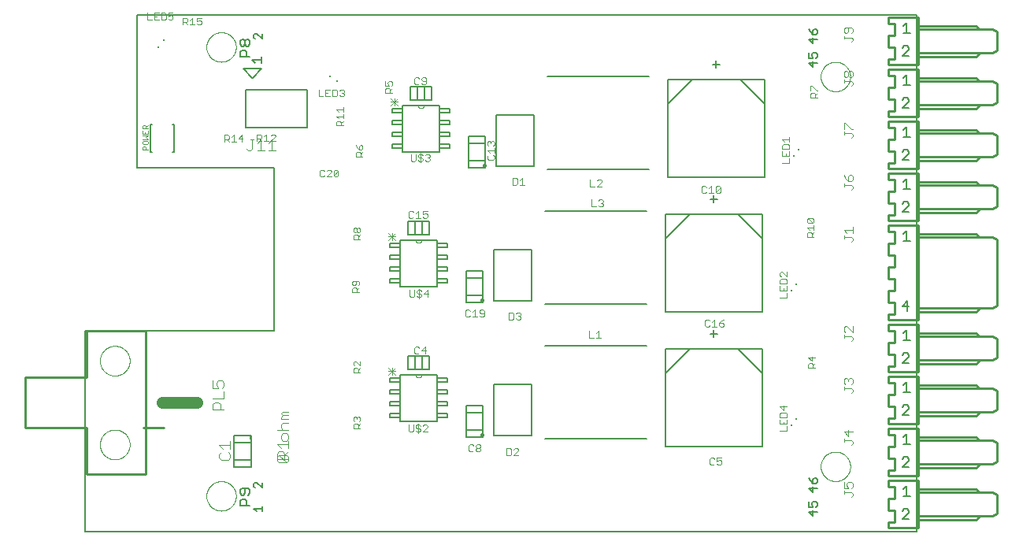
<source format=gto>
G75*
%MOIN*%
%OFA0B0*%
%FSLAX25Y25*%
%IPPOS*%
%LPD*%
%AMOC8*
5,1,8,0,0,1.08239X$1,22.5*
%
%ADD10C,0.00500*%
%ADD11C,0.00000*%
%ADD12C,0.00800*%
%ADD13C,0.00600*%
%ADD14C,0.00300*%
%ADD15C,0.00400*%
%ADD16C,0.00200*%
%ADD17C,0.00984*%
%ADD18R,0.00787X0.00787*%
%ADD19C,0.01000*%
%ADD20C,0.00700*%
%ADD21C,0.05000*%
D10*
X0026831Y0007667D02*
X0026831Y0092667D01*
X0106831Y0092667D01*
X0106831Y0161667D01*
X0048831Y0161667D01*
X0048831Y0226167D01*
X0378831Y0226167D01*
X0378831Y0007667D01*
X0026831Y0007667D01*
X0221374Y0046982D02*
X0264287Y0046982D01*
X0264287Y0086352D02*
X0221374Y0086352D01*
X0221374Y0103982D02*
X0264287Y0103982D01*
X0264287Y0143352D02*
X0221374Y0143352D01*
X0222374Y0160982D02*
X0265287Y0160982D01*
X0265287Y0200352D02*
X0222374Y0200352D01*
X0120831Y0194667D02*
X0120831Y0178667D01*
X0094831Y0178667D01*
X0094831Y0194667D01*
X0120831Y0194667D01*
X0101331Y0203667D02*
X0097831Y0199667D01*
X0097331Y0199667D02*
X0093831Y0203667D01*
X0101331Y0203667D01*
X0064252Y0180072D02*
X0064252Y0168261D01*
X0063661Y0168261D01*
X0055000Y0168261D02*
X0054409Y0168261D01*
X0054409Y0180072D01*
X0055000Y0180072D01*
X0063661Y0180072D02*
X0064252Y0180072D01*
D11*
X0078081Y0212667D02*
X0078083Y0212825D01*
X0078089Y0212982D01*
X0078099Y0213140D01*
X0078113Y0213297D01*
X0078131Y0213453D01*
X0078152Y0213610D01*
X0078178Y0213765D01*
X0078208Y0213920D01*
X0078241Y0214074D01*
X0078279Y0214227D01*
X0078320Y0214380D01*
X0078365Y0214531D01*
X0078414Y0214681D01*
X0078467Y0214829D01*
X0078523Y0214977D01*
X0078584Y0215122D01*
X0078647Y0215267D01*
X0078715Y0215409D01*
X0078786Y0215550D01*
X0078860Y0215689D01*
X0078938Y0215826D01*
X0079020Y0215961D01*
X0079104Y0216094D01*
X0079193Y0216225D01*
X0079284Y0216353D01*
X0079379Y0216480D01*
X0079476Y0216603D01*
X0079577Y0216725D01*
X0079681Y0216843D01*
X0079788Y0216959D01*
X0079898Y0217072D01*
X0080010Y0217183D01*
X0080126Y0217290D01*
X0080244Y0217395D01*
X0080364Y0217497D01*
X0080487Y0217595D01*
X0080613Y0217691D01*
X0080741Y0217783D01*
X0080871Y0217872D01*
X0081003Y0217958D01*
X0081138Y0218040D01*
X0081275Y0218119D01*
X0081413Y0218194D01*
X0081553Y0218266D01*
X0081696Y0218334D01*
X0081839Y0218399D01*
X0081985Y0218460D01*
X0082132Y0218517D01*
X0082280Y0218571D01*
X0082430Y0218621D01*
X0082580Y0218667D01*
X0082732Y0218709D01*
X0082885Y0218748D01*
X0083039Y0218782D01*
X0083194Y0218813D01*
X0083349Y0218839D01*
X0083505Y0218862D01*
X0083662Y0218881D01*
X0083819Y0218896D01*
X0083976Y0218907D01*
X0084134Y0218914D01*
X0084292Y0218917D01*
X0084449Y0218916D01*
X0084607Y0218911D01*
X0084764Y0218902D01*
X0084922Y0218889D01*
X0085078Y0218872D01*
X0085235Y0218851D01*
X0085390Y0218827D01*
X0085545Y0218798D01*
X0085700Y0218765D01*
X0085853Y0218729D01*
X0086006Y0218688D01*
X0086157Y0218644D01*
X0086307Y0218596D01*
X0086456Y0218545D01*
X0086604Y0218489D01*
X0086750Y0218430D01*
X0086895Y0218367D01*
X0087038Y0218300D01*
X0087179Y0218230D01*
X0087318Y0218157D01*
X0087456Y0218080D01*
X0087592Y0217999D01*
X0087725Y0217915D01*
X0087856Y0217828D01*
X0087985Y0217737D01*
X0088112Y0217643D01*
X0088237Y0217546D01*
X0088358Y0217446D01*
X0088478Y0217343D01*
X0088594Y0217237D01*
X0088708Y0217128D01*
X0088820Y0217016D01*
X0088928Y0216902D01*
X0089033Y0216784D01*
X0089136Y0216664D01*
X0089235Y0216542D01*
X0089331Y0216417D01*
X0089424Y0216289D01*
X0089514Y0216160D01*
X0089600Y0216028D01*
X0089684Y0215894D01*
X0089763Y0215758D01*
X0089840Y0215620D01*
X0089912Y0215480D01*
X0089981Y0215338D01*
X0090047Y0215195D01*
X0090109Y0215050D01*
X0090167Y0214903D01*
X0090222Y0214755D01*
X0090273Y0214606D01*
X0090320Y0214455D01*
X0090363Y0214304D01*
X0090402Y0214151D01*
X0090438Y0213997D01*
X0090469Y0213843D01*
X0090497Y0213688D01*
X0090521Y0213532D01*
X0090541Y0213375D01*
X0090557Y0213218D01*
X0090569Y0213061D01*
X0090577Y0212904D01*
X0090581Y0212746D01*
X0090581Y0212588D01*
X0090577Y0212430D01*
X0090569Y0212273D01*
X0090557Y0212116D01*
X0090541Y0211959D01*
X0090521Y0211802D01*
X0090497Y0211646D01*
X0090469Y0211491D01*
X0090438Y0211337D01*
X0090402Y0211183D01*
X0090363Y0211030D01*
X0090320Y0210879D01*
X0090273Y0210728D01*
X0090222Y0210579D01*
X0090167Y0210431D01*
X0090109Y0210284D01*
X0090047Y0210139D01*
X0089981Y0209996D01*
X0089912Y0209854D01*
X0089840Y0209714D01*
X0089763Y0209576D01*
X0089684Y0209440D01*
X0089600Y0209306D01*
X0089514Y0209174D01*
X0089424Y0209045D01*
X0089331Y0208917D01*
X0089235Y0208792D01*
X0089136Y0208670D01*
X0089033Y0208550D01*
X0088928Y0208432D01*
X0088820Y0208318D01*
X0088708Y0208206D01*
X0088594Y0208097D01*
X0088478Y0207991D01*
X0088358Y0207888D01*
X0088237Y0207788D01*
X0088112Y0207691D01*
X0087985Y0207597D01*
X0087856Y0207506D01*
X0087725Y0207419D01*
X0087592Y0207335D01*
X0087456Y0207254D01*
X0087318Y0207177D01*
X0087179Y0207104D01*
X0087038Y0207034D01*
X0086895Y0206967D01*
X0086750Y0206904D01*
X0086604Y0206845D01*
X0086456Y0206789D01*
X0086307Y0206738D01*
X0086157Y0206690D01*
X0086006Y0206646D01*
X0085853Y0206605D01*
X0085700Y0206569D01*
X0085545Y0206536D01*
X0085390Y0206507D01*
X0085235Y0206483D01*
X0085078Y0206462D01*
X0084922Y0206445D01*
X0084764Y0206432D01*
X0084607Y0206423D01*
X0084449Y0206418D01*
X0084292Y0206417D01*
X0084134Y0206420D01*
X0083976Y0206427D01*
X0083819Y0206438D01*
X0083662Y0206453D01*
X0083505Y0206472D01*
X0083349Y0206495D01*
X0083194Y0206521D01*
X0083039Y0206552D01*
X0082885Y0206586D01*
X0082732Y0206625D01*
X0082580Y0206667D01*
X0082430Y0206713D01*
X0082280Y0206763D01*
X0082132Y0206817D01*
X0081985Y0206874D01*
X0081839Y0206935D01*
X0081696Y0207000D01*
X0081553Y0207068D01*
X0081413Y0207140D01*
X0081275Y0207215D01*
X0081138Y0207294D01*
X0081003Y0207376D01*
X0080871Y0207462D01*
X0080741Y0207551D01*
X0080613Y0207643D01*
X0080487Y0207739D01*
X0080364Y0207837D01*
X0080244Y0207939D01*
X0080126Y0208044D01*
X0080010Y0208151D01*
X0079898Y0208262D01*
X0079788Y0208375D01*
X0079681Y0208491D01*
X0079577Y0208609D01*
X0079476Y0208731D01*
X0079379Y0208854D01*
X0079284Y0208981D01*
X0079193Y0209109D01*
X0079104Y0209240D01*
X0079020Y0209373D01*
X0078938Y0209508D01*
X0078860Y0209645D01*
X0078786Y0209784D01*
X0078715Y0209925D01*
X0078647Y0210067D01*
X0078584Y0210212D01*
X0078523Y0210357D01*
X0078467Y0210505D01*
X0078414Y0210653D01*
X0078365Y0210803D01*
X0078320Y0210954D01*
X0078279Y0211107D01*
X0078241Y0211260D01*
X0078208Y0211414D01*
X0078178Y0211569D01*
X0078152Y0211724D01*
X0078131Y0211881D01*
X0078113Y0212037D01*
X0078099Y0212194D01*
X0078089Y0212352D01*
X0078083Y0212509D01*
X0078081Y0212667D01*
X0167631Y0187967D02*
X0167636Y0187899D01*
X0167645Y0187831D01*
X0167657Y0187763D01*
X0167674Y0187697D01*
X0167694Y0187631D01*
X0167718Y0187567D01*
X0167745Y0187504D01*
X0167776Y0187443D01*
X0167811Y0187383D01*
X0167849Y0187326D01*
X0167890Y0187271D01*
X0167934Y0187219D01*
X0167981Y0187169D01*
X0168031Y0187122D01*
X0168083Y0187077D01*
X0168138Y0187036D01*
X0168195Y0186998D01*
X0168254Y0186964D01*
X0168315Y0186932D01*
X0168378Y0186905D01*
X0168442Y0186881D01*
X0168508Y0186860D01*
X0168574Y0186844D01*
X0168642Y0186831D01*
X0168710Y0186822D01*
X0168778Y0186817D01*
X0168847Y0186816D01*
X0168915Y0186819D01*
X0168984Y0186826D01*
X0169051Y0186836D01*
X0169118Y0186851D01*
X0169184Y0186869D01*
X0169249Y0186891D01*
X0169313Y0186917D01*
X0169375Y0186946D01*
X0169435Y0186979D01*
X0169493Y0187015D01*
X0169550Y0187055D01*
X0169603Y0187097D01*
X0169655Y0187143D01*
X0169703Y0187191D01*
X0169749Y0187242D01*
X0169792Y0187296D01*
X0169831Y0187352D01*
X0169868Y0187410D01*
X0169900Y0187470D01*
X0169930Y0187532D01*
X0169956Y0187596D01*
X0169978Y0187661D01*
X0169996Y0187727D01*
X0170011Y0187794D01*
X0170022Y0187862D01*
X0170029Y0187930D01*
X0170032Y0187998D01*
X0170031Y0188067D01*
X0170032Y0187998D01*
X0170029Y0187930D01*
X0170022Y0187862D01*
X0170011Y0187794D01*
X0169996Y0187727D01*
X0169978Y0187661D01*
X0169956Y0187596D01*
X0169930Y0187532D01*
X0169900Y0187470D01*
X0169868Y0187410D01*
X0169831Y0187352D01*
X0169792Y0187296D01*
X0169749Y0187242D01*
X0169703Y0187191D01*
X0169655Y0187143D01*
X0169603Y0187097D01*
X0169550Y0187055D01*
X0169493Y0187015D01*
X0169435Y0186979D01*
X0169375Y0186946D01*
X0169313Y0186917D01*
X0169249Y0186891D01*
X0169184Y0186869D01*
X0169118Y0186851D01*
X0169051Y0186836D01*
X0168984Y0186826D01*
X0168915Y0186819D01*
X0168847Y0186816D01*
X0168778Y0186817D01*
X0168710Y0186822D01*
X0168642Y0186831D01*
X0168574Y0186844D01*
X0168508Y0186860D01*
X0168442Y0186881D01*
X0168378Y0186905D01*
X0168315Y0186932D01*
X0168254Y0186964D01*
X0168195Y0186998D01*
X0168138Y0187036D01*
X0168083Y0187077D01*
X0168031Y0187122D01*
X0167981Y0187169D01*
X0167934Y0187219D01*
X0167890Y0187271D01*
X0167849Y0187326D01*
X0167811Y0187383D01*
X0167776Y0187443D01*
X0167745Y0187504D01*
X0167718Y0187567D01*
X0167694Y0187631D01*
X0167674Y0187697D01*
X0167657Y0187763D01*
X0167645Y0187831D01*
X0167636Y0187899D01*
X0167631Y0187967D01*
X0169031Y0131067D02*
X0169032Y0130998D01*
X0169029Y0130930D01*
X0169022Y0130862D01*
X0169011Y0130794D01*
X0168996Y0130727D01*
X0168978Y0130661D01*
X0168956Y0130596D01*
X0168930Y0130532D01*
X0168900Y0130470D01*
X0168868Y0130410D01*
X0168831Y0130352D01*
X0168792Y0130296D01*
X0168749Y0130242D01*
X0168703Y0130191D01*
X0168655Y0130143D01*
X0168603Y0130097D01*
X0168550Y0130055D01*
X0168493Y0130015D01*
X0168435Y0129979D01*
X0168375Y0129946D01*
X0168313Y0129917D01*
X0168249Y0129891D01*
X0168184Y0129869D01*
X0168118Y0129851D01*
X0168051Y0129836D01*
X0167984Y0129826D01*
X0167915Y0129819D01*
X0167847Y0129816D01*
X0167778Y0129817D01*
X0167710Y0129822D01*
X0167642Y0129831D01*
X0167574Y0129844D01*
X0167508Y0129860D01*
X0167442Y0129881D01*
X0167378Y0129905D01*
X0167315Y0129932D01*
X0167254Y0129964D01*
X0167195Y0129998D01*
X0167138Y0130036D01*
X0167083Y0130077D01*
X0167031Y0130122D01*
X0166981Y0130169D01*
X0166934Y0130219D01*
X0166890Y0130271D01*
X0166849Y0130326D01*
X0166811Y0130383D01*
X0166776Y0130443D01*
X0166745Y0130504D01*
X0166718Y0130567D01*
X0166694Y0130631D01*
X0166674Y0130697D01*
X0166657Y0130763D01*
X0166645Y0130831D01*
X0166636Y0130899D01*
X0166631Y0130967D01*
X0166636Y0130899D01*
X0166645Y0130831D01*
X0166657Y0130763D01*
X0166674Y0130697D01*
X0166694Y0130631D01*
X0166718Y0130567D01*
X0166745Y0130504D01*
X0166776Y0130443D01*
X0166811Y0130383D01*
X0166849Y0130326D01*
X0166890Y0130271D01*
X0166934Y0130219D01*
X0166981Y0130169D01*
X0167031Y0130122D01*
X0167083Y0130077D01*
X0167138Y0130036D01*
X0167195Y0129998D01*
X0167254Y0129964D01*
X0167315Y0129932D01*
X0167378Y0129905D01*
X0167442Y0129881D01*
X0167508Y0129860D01*
X0167574Y0129844D01*
X0167642Y0129831D01*
X0167710Y0129822D01*
X0167778Y0129817D01*
X0167847Y0129816D01*
X0167915Y0129819D01*
X0167984Y0129826D01*
X0168051Y0129836D01*
X0168118Y0129851D01*
X0168184Y0129869D01*
X0168249Y0129891D01*
X0168313Y0129917D01*
X0168375Y0129946D01*
X0168435Y0129979D01*
X0168493Y0130015D01*
X0168550Y0130055D01*
X0168603Y0130097D01*
X0168655Y0130143D01*
X0168703Y0130191D01*
X0168749Y0130242D01*
X0168792Y0130296D01*
X0168831Y0130352D01*
X0168868Y0130410D01*
X0168900Y0130470D01*
X0168930Y0130532D01*
X0168956Y0130596D01*
X0168978Y0130661D01*
X0168996Y0130727D01*
X0169011Y0130794D01*
X0169022Y0130862D01*
X0169029Y0130930D01*
X0169032Y0130998D01*
X0169031Y0131067D01*
X0169031Y0074067D02*
X0169032Y0073998D01*
X0169029Y0073930D01*
X0169022Y0073862D01*
X0169011Y0073794D01*
X0168996Y0073727D01*
X0168978Y0073661D01*
X0168956Y0073596D01*
X0168930Y0073532D01*
X0168900Y0073470D01*
X0168868Y0073410D01*
X0168831Y0073352D01*
X0168792Y0073296D01*
X0168749Y0073242D01*
X0168703Y0073191D01*
X0168655Y0073143D01*
X0168603Y0073097D01*
X0168550Y0073055D01*
X0168493Y0073015D01*
X0168435Y0072979D01*
X0168375Y0072946D01*
X0168313Y0072917D01*
X0168249Y0072891D01*
X0168184Y0072869D01*
X0168118Y0072851D01*
X0168051Y0072836D01*
X0167984Y0072826D01*
X0167915Y0072819D01*
X0167847Y0072816D01*
X0167778Y0072817D01*
X0167710Y0072822D01*
X0167642Y0072831D01*
X0167574Y0072844D01*
X0167508Y0072860D01*
X0167442Y0072881D01*
X0167378Y0072905D01*
X0167315Y0072932D01*
X0167254Y0072964D01*
X0167195Y0072998D01*
X0167138Y0073036D01*
X0167083Y0073077D01*
X0167031Y0073122D01*
X0166981Y0073169D01*
X0166934Y0073219D01*
X0166890Y0073271D01*
X0166849Y0073326D01*
X0166811Y0073383D01*
X0166776Y0073443D01*
X0166745Y0073504D01*
X0166718Y0073567D01*
X0166694Y0073631D01*
X0166674Y0073697D01*
X0166657Y0073763D01*
X0166645Y0073831D01*
X0166636Y0073899D01*
X0166631Y0073967D01*
X0166636Y0073899D01*
X0166645Y0073831D01*
X0166657Y0073763D01*
X0166674Y0073697D01*
X0166694Y0073631D01*
X0166718Y0073567D01*
X0166745Y0073504D01*
X0166776Y0073443D01*
X0166811Y0073383D01*
X0166849Y0073326D01*
X0166890Y0073271D01*
X0166934Y0073219D01*
X0166981Y0073169D01*
X0167031Y0073122D01*
X0167083Y0073077D01*
X0167138Y0073036D01*
X0167195Y0072998D01*
X0167254Y0072964D01*
X0167315Y0072932D01*
X0167378Y0072905D01*
X0167442Y0072881D01*
X0167508Y0072860D01*
X0167574Y0072844D01*
X0167642Y0072831D01*
X0167710Y0072822D01*
X0167778Y0072817D01*
X0167847Y0072816D01*
X0167915Y0072819D01*
X0167984Y0072826D01*
X0168051Y0072836D01*
X0168118Y0072851D01*
X0168184Y0072869D01*
X0168249Y0072891D01*
X0168313Y0072917D01*
X0168375Y0072946D01*
X0168435Y0072979D01*
X0168493Y0073015D01*
X0168550Y0073055D01*
X0168603Y0073097D01*
X0168655Y0073143D01*
X0168703Y0073191D01*
X0168749Y0073242D01*
X0168792Y0073296D01*
X0168831Y0073352D01*
X0168868Y0073410D01*
X0168900Y0073470D01*
X0168930Y0073532D01*
X0168956Y0073596D01*
X0168978Y0073661D01*
X0168996Y0073727D01*
X0169011Y0073794D01*
X0169022Y0073862D01*
X0169029Y0073930D01*
X0169032Y0073998D01*
X0169031Y0074067D01*
X0078081Y0022667D02*
X0078083Y0022825D01*
X0078089Y0022982D01*
X0078099Y0023140D01*
X0078113Y0023297D01*
X0078131Y0023453D01*
X0078152Y0023610D01*
X0078178Y0023765D01*
X0078208Y0023920D01*
X0078241Y0024074D01*
X0078279Y0024227D01*
X0078320Y0024380D01*
X0078365Y0024531D01*
X0078414Y0024681D01*
X0078467Y0024829D01*
X0078523Y0024977D01*
X0078584Y0025122D01*
X0078647Y0025267D01*
X0078715Y0025409D01*
X0078786Y0025550D01*
X0078860Y0025689D01*
X0078938Y0025826D01*
X0079020Y0025961D01*
X0079104Y0026094D01*
X0079193Y0026225D01*
X0079284Y0026353D01*
X0079379Y0026480D01*
X0079476Y0026603D01*
X0079577Y0026725D01*
X0079681Y0026843D01*
X0079788Y0026959D01*
X0079898Y0027072D01*
X0080010Y0027183D01*
X0080126Y0027290D01*
X0080244Y0027395D01*
X0080364Y0027497D01*
X0080487Y0027595D01*
X0080613Y0027691D01*
X0080741Y0027783D01*
X0080871Y0027872D01*
X0081003Y0027958D01*
X0081138Y0028040D01*
X0081275Y0028119D01*
X0081413Y0028194D01*
X0081553Y0028266D01*
X0081696Y0028334D01*
X0081839Y0028399D01*
X0081985Y0028460D01*
X0082132Y0028517D01*
X0082280Y0028571D01*
X0082430Y0028621D01*
X0082580Y0028667D01*
X0082732Y0028709D01*
X0082885Y0028748D01*
X0083039Y0028782D01*
X0083194Y0028813D01*
X0083349Y0028839D01*
X0083505Y0028862D01*
X0083662Y0028881D01*
X0083819Y0028896D01*
X0083976Y0028907D01*
X0084134Y0028914D01*
X0084292Y0028917D01*
X0084449Y0028916D01*
X0084607Y0028911D01*
X0084764Y0028902D01*
X0084922Y0028889D01*
X0085078Y0028872D01*
X0085235Y0028851D01*
X0085390Y0028827D01*
X0085545Y0028798D01*
X0085700Y0028765D01*
X0085853Y0028729D01*
X0086006Y0028688D01*
X0086157Y0028644D01*
X0086307Y0028596D01*
X0086456Y0028545D01*
X0086604Y0028489D01*
X0086750Y0028430D01*
X0086895Y0028367D01*
X0087038Y0028300D01*
X0087179Y0028230D01*
X0087318Y0028157D01*
X0087456Y0028080D01*
X0087592Y0027999D01*
X0087725Y0027915D01*
X0087856Y0027828D01*
X0087985Y0027737D01*
X0088112Y0027643D01*
X0088237Y0027546D01*
X0088358Y0027446D01*
X0088478Y0027343D01*
X0088594Y0027237D01*
X0088708Y0027128D01*
X0088820Y0027016D01*
X0088928Y0026902D01*
X0089033Y0026784D01*
X0089136Y0026664D01*
X0089235Y0026542D01*
X0089331Y0026417D01*
X0089424Y0026289D01*
X0089514Y0026160D01*
X0089600Y0026028D01*
X0089684Y0025894D01*
X0089763Y0025758D01*
X0089840Y0025620D01*
X0089912Y0025480D01*
X0089981Y0025338D01*
X0090047Y0025195D01*
X0090109Y0025050D01*
X0090167Y0024903D01*
X0090222Y0024755D01*
X0090273Y0024606D01*
X0090320Y0024455D01*
X0090363Y0024304D01*
X0090402Y0024151D01*
X0090438Y0023997D01*
X0090469Y0023843D01*
X0090497Y0023688D01*
X0090521Y0023532D01*
X0090541Y0023375D01*
X0090557Y0023218D01*
X0090569Y0023061D01*
X0090577Y0022904D01*
X0090581Y0022746D01*
X0090581Y0022588D01*
X0090577Y0022430D01*
X0090569Y0022273D01*
X0090557Y0022116D01*
X0090541Y0021959D01*
X0090521Y0021802D01*
X0090497Y0021646D01*
X0090469Y0021491D01*
X0090438Y0021337D01*
X0090402Y0021183D01*
X0090363Y0021030D01*
X0090320Y0020879D01*
X0090273Y0020728D01*
X0090222Y0020579D01*
X0090167Y0020431D01*
X0090109Y0020284D01*
X0090047Y0020139D01*
X0089981Y0019996D01*
X0089912Y0019854D01*
X0089840Y0019714D01*
X0089763Y0019576D01*
X0089684Y0019440D01*
X0089600Y0019306D01*
X0089514Y0019174D01*
X0089424Y0019045D01*
X0089331Y0018917D01*
X0089235Y0018792D01*
X0089136Y0018670D01*
X0089033Y0018550D01*
X0088928Y0018432D01*
X0088820Y0018318D01*
X0088708Y0018206D01*
X0088594Y0018097D01*
X0088478Y0017991D01*
X0088358Y0017888D01*
X0088237Y0017788D01*
X0088112Y0017691D01*
X0087985Y0017597D01*
X0087856Y0017506D01*
X0087725Y0017419D01*
X0087592Y0017335D01*
X0087456Y0017254D01*
X0087318Y0017177D01*
X0087179Y0017104D01*
X0087038Y0017034D01*
X0086895Y0016967D01*
X0086750Y0016904D01*
X0086604Y0016845D01*
X0086456Y0016789D01*
X0086307Y0016738D01*
X0086157Y0016690D01*
X0086006Y0016646D01*
X0085853Y0016605D01*
X0085700Y0016569D01*
X0085545Y0016536D01*
X0085390Y0016507D01*
X0085235Y0016483D01*
X0085078Y0016462D01*
X0084922Y0016445D01*
X0084764Y0016432D01*
X0084607Y0016423D01*
X0084449Y0016418D01*
X0084292Y0016417D01*
X0084134Y0016420D01*
X0083976Y0016427D01*
X0083819Y0016438D01*
X0083662Y0016453D01*
X0083505Y0016472D01*
X0083349Y0016495D01*
X0083194Y0016521D01*
X0083039Y0016552D01*
X0082885Y0016586D01*
X0082732Y0016625D01*
X0082580Y0016667D01*
X0082430Y0016713D01*
X0082280Y0016763D01*
X0082132Y0016817D01*
X0081985Y0016874D01*
X0081839Y0016935D01*
X0081696Y0017000D01*
X0081553Y0017068D01*
X0081413Y0017140D01*
X0081275Y0017215D01*
X0081138Y0017294D01*
X0081003Y0017376D01*
X0080871Y0017462D01*
X0080741Y0017551D01*
X0080613Y0017643D01*
X0080487Y0017739D01*
X0080364Y0017837D01*
X0080244Y0017939D01*
X0080126Y0018044D01*
X0080010Y0018151D01*
X0079898Y0018262D01*
X0079788Y0018375D01*
X0079681Y0018491D01*
X0079577Y0018609D01*
X0079476Y0018731D01*
X0079379Y0018854D01*
X0079284Y0018981D01*
X0079193Y0019109D01*
X0079104Y0019240D01*
X0079020Y0019373D01*
X0078938Y0019508D01*
X0078860Y0019645D01*
X0078786Y0019784D01*
X0078715Y0019925D01*
X0078647Y0020067D01*
X0078584Y0020212D01*
X0078523Y0020357D01*
X0078467Y0020505D01*
X0078414Y0020653D01*
X0078365Y0020803D01*
X0078320Y0020954D01*
X0078279Y0021107D01*
X0078241Y0021260D01*
X0078208Y0021414D01*
X0078178Y0021569D01*
X0078152Y0021724D01*
X0078131Y0021881D01*
X0078113Y0022037D01*
X0078099Y0022194D01*
X0078089Y0022352D01*
X0078083Y0022509D01*
X0078081Y0022667D01*
X0032996Y0044450D02*
X0032998Y0044608D01*
X0033004Y0044766D01*
X0033014Y0044924D01*
X0033028Y0045082D01*
X0033046Y0045239D01*
X0033067Y0045396D01*
X0033093Y0045552D01*
X0033123Y0045708D01*
X0033156Y0045863D01*
X0033194Y0046016D01*
X0033235Y0046169D01*
X0033280Y0046321D01*
X0033329Y0046472D01*
X0033382Y0046621D01*
X0033438Y0046769D01*
X0033498Y0046915D01*
X0033562Y0047060D01*
X0033630Y0047203D01*
X0033701Y0047345D01*
X0033775Y0047485D01*
X0033853Y0047622D01*
X0033935Y0047758D01*
X0034019Y0047892D01*
X0034108Y0048023D01*
X0034199Y0048152D01*
X0034294Y0048279D01*
X0034391Y0048404D01*
X0034492Y0048526D01*
X0034596Y0048645D01*
X0034703Y0048762D01*
X0034813Y0048876D01*
X0034926Y0048987D01*
X0035041Y0049096D01*
X0035159Y0049201D01*
X0035280Y0049303D01*
X0035403Y0049403D01*
X0035529Y0049499D01*
X0035657Y0049592D01*
X0035787Y0049682D01*
X0035920Y0049768D01*
X0036055Y0049852D01*
X0036191Y0049931D01*
X0036330Y0050008D01*
X0036471Y0050080D01*
X0036613Y0050150D01*
X0036757Y0050215D01*
X0036903Y0050277D01*
X0037050Y0050335D01*
X0037199Y0050390D01*
X0037349Y0050441D01*
X0037500Y0050488D01*
X0037652Y0050531D01*
X0037805Y0050570D01*
X0037960Y0050606D01*
X0038115Y0050637D01*
X0038271Y0050665D01*
X0038427Y0050689D01*
X0038584Y0050709D01*
X0038742Y0050725D01*
X0038899Y0050737D01*
X0039058Y0050745D01*
X0039216Y0050749D01*
X0039374Y0050749D01*
X0039532Y0050745D01*
X0039691Y0050737D01*
X0039848Y0050725D01*
X0040006Y0050709D01*
X0040163Y0050689D01*
X0040319Y0050665D01*
X0040475Y0050637D01*
X0040630Y0050606D01*
X0040785Y0050570D01*
X0040938Y0050531D01*
X0041090Y0050488D01*
X0041241Y0050441D01*
X0041391Y0050390D01*
X0041540Y0050335D01*
X0041687Y0050277D01*
X0041833Y0050215D01*
X0041977Y0050150D01*
X0042119Y0050080D01*
X0042260Y0050008D01*
X0042399Y0049931D01*
X0042535Y0049852D01*
X0042670Y0049768D01*
X0042803Y0049682D01*
X0042933Y0049592D01*
X0043061Y0049499D01*
X0043187Y0049403D01*
X0043310Y0049303D01*
X0043431Y0049201D01*
X0043549Y0049096D01*
X0043664Y0048987D01*
X0043777Y0048876D01*
X0043887Y0048762D01*
X0043994Y0048645D01*
X0044098Y0048526D01*
X0044199Y0048404D01*
X0044296Y0048279D01*
X0044391Y0048152D01*
X0044482Y0048023D01*
X0044571Y0047892D01*
X0044655Y0047758D01*
X0044737Y0047622D01*
X0044815Y0047485D01*
X0044889Y0047345D01*
X0044960Y0047203D01*
X0045028Y0047060D01*
X0045092Y0046915D01*
X0045152Y0046769D01*
X0045208Y0046621D01*
X0045261Y0046472D01*
X0045310Y0046321D01*
X0045355Y0046169D01*
X0045396Y0046016D01*
X0045434Y0045863D01*
X0045467Y0045708D01*
X0045497Y0045552D01*
X0045523Y0045396D01*
X0045544Y0045239D01*
X0045562Y0045082D01*
X0045576Y0044924D01*
X0045586Y0044766D01*
X0045592Y0044608D01*
X0045594Y0044450D01*
X0045592Y0044292D01*
X0045586Y0044134D01*
X0045576Y0043976D01*
X0045562Y0043818D01*
X0045544Y0043661D01*
X0045523Y0043504D01*
X0045497Y0043348D01*
X0045467Y0043192D01*
X0045434Y0043037D01*
X0045396Y0042884D01*
X0045355Y0042731D01*
X0045310Y0042579D01*
X0045261Y0042428D01*
X0045208Y0042279D01*
X0045152Y0042131D01*
X0045092Y0041985D01*
X0045028Y0041840D01*
X0044960Y0041697D01*
X0044889Y0041555D01*
X0044815Y0041415D01*
X0044737Y0041278D01*
X0044655Y0041142D01*
X0044571Y0041008D01*
X0044482Y0040877D01*
X0044391Y0040748D01*
X0044296Y0040621D01*
X0044199Y0040496D01*
X0044098Y0040374D01*
X0043994Y0040255D01*
X0043887Y0040138D01*
X0043777Y0040024D01*
X0043664Y0039913D01*
X0043549Y0039804D01*
X0043431Y0039699D01*
X0043310Y0039597D01*
X0043187Y0039497D01*
X0043061Y0039401D01*
X0042933Y0039308D01*
X0042803Y0039218D01*
X0042670Y0039132D01*
X0042535Y0039048D01*
X0042399Y0038969D01*
X0042260Y0038892D01*
X0042119Y0038820D01*
X0041977Y0038750D01*
X0041833Y0038685D01*
X0041687Y0038623D01*
X0041540Y0038565D01*
X0041391Y0038510D01*
X0041241Y0038459D01*
X0041090Y0038412D01*
X0040938Y0038369D01*
X0040785Y0038330D01*
X0040630Y0038294D01*
X0040475Y0038263D01*
X0040319Y0038235D01*
X0040163Y0038211D01*
X0040006Y0038191D01*
X0039848Y0038175D01*
X0039691Y0038163D01*
X0039532Y0038155D01*
X0039374Y0038151D01*
X0039216Y0038151D01*
X0039058Y0038155D01*
X0038899Y0038163D01*
X0038742Y0038175D01*
X0038584Y0038191D01*
X0038427Y0038211D01*
X0038271Y0038235D01*
X0038115Y0038263D01*
X0037960Y0038294D01*
X0037805Y0038330D01*
X0037652Y0038369D01*
X0037500Y0038412D01*
X0037349Y0038459D01*
X0037199Y0038510D01*
X0037050Y0038565D01*
X0036903Y0038623D01*
X0036757Y0038685D01*
X0036613Y0038750D01*
X0036471Y0038820D01*
X0036330Y0038892D01*
X0036191Y0038969D01*
X0036055Y0039048D01*
X0035920Y0039132D01*
X0035787Y0039218D01*
X0035657Y0039308D01*
X0035529Y0039401D01*
X0035403Y0039497D01*
X0035280Y0039597D01*
X0035159Y0039699D01*
X0035041Y0039804D01*
X0034926Y0039913D01*
X0034813Y0040024D01*
X0034703Y0040138D01*
X0034596Y0040255D01*
X0034492Y0040374D01*
X0034391Y0040496D01*
X0034294Y0040621D01*
X0034199Y0040748D01*
X0034108Y0040877D01*
X0034019Y0041008D01*
X0033935Y0041142D01*
X0033853Y0041278D01*
X0033775Y0041415D01*
X0033701Y0041555D01*
X0033630Y0041697D01*
X0033562Y0041840D01*
X0033498Y0041985D01*
X0033438Y0042131D01*
X0033382Y0042279D01*
X0033329Y0042428D01*
X0033280Y0042579D01*
X0033235Y0042731D01*
X0033194Y0042884D01*
X0033156Y0043037D01*
X0033123Y0043192D01*
X0033093Y0043348D01*
X0033067Y0043504D01*
X0033046Y0043661D01*
X0033028Y0043818D01*
X0033014Y0043976D01*
X0033004Y0044134D01*
X0032998Y0044292D01*
X0032996Y0044450D01*
X0032996Y0079883D02*
X0032998Y0080041D01*
X0033004Y0080199D01*
X0033014Y0080357D01*
X0033028Y0080515D01*
X0033046Y0080672D01*
X0033067Y0080829D01*
X0033093Y0080985D01*
X0033123Y0081141D01*
X0033156Y0081296D01*
X0033194Y0081449D01*
X0033235Y0081602D01*
X0033280Y0081754D01*
X0033329Y0081905D01*
X0033382Y0082054D01*
X0033438Y0082202D01*
X0033498Y0082348D01*
X0033562Y0082493D01*
X0033630Y0082636D01*
X0033701Y0082778D01*
X0033775Y0082918D01*
X0033853Y0083055D01*
X0033935Y0083191D01*
X0034019Y0083325D01*
X0034108Y0083456D01*
X0034199Y0083585D01*
X0034294Y0083712D01*
X0034391Y0083837D01*
X0034492Y0083959D01*
X0034596Y0084078D01*
X0034703Y0084195D01*
X0034813Y0084309D01*
X0034926Y0084420D01*
X0035041Y0084529D01*
X0035159Y0084634D01*
X0035280Y0084736D01*
X0035403Y0084836D01*
X0035529Y0084932D01*
X0035657Y0085025D01*
X0035787Y0085115D01*
X0035920Y0085201D01*
X0036055Y0085285D01*
X0036191Y0085364D01*
X0036330Y0085441D01*
X0036471Y0085513D01*
X0036613Y0085583D01*
X0036757Y0085648D01*
X0036903Y0085710D01*
X0037050Y0085768D01*
X0037199Y0085823D01*
X0037349Y0085874D01*
X0037500Y0085921D01*
X0037652Y0085964D01*
X0037805Y0086003D01*
X0037960Y0086039D01*
X0038115Y0086070D01*
X0038271Y0086098D01*
X0038427Y0086122D01*
X0038584Y0086142D01*
X0038742Y0086158D01*
X0038899Y0086170D01*
X0039058Y0086178D01*
X0039216Y0086182D01*
X0039374Y0086182D01*
X0039532Y0086178D01*
X0039691Y0086170D01*
X0039848Y0086158D01*
X0040006Y0086142D01*
X0040163Y0086122D01*
X0040319Y0086098D01*
X0040475Y0086070D01*
X0040630Y0086039D01*
X0040785Y0086003D01*
X0040938Y0085964D01*
X0041090Y0085921D01*
X0041241Y0085874D01*
X0041391Y0085823D01*
X0041540Y0085768D01*
X0041687Y0085710D01*
X0041833Y0085648D01*
X0041977Y0085583D01*
X0042119Y0085513D01*
X0042260Y0085441D01*
X0042399Y0085364D01*
X0042535Y0085285D01*
X0042670Y0085201D01*
X0042803Y0085115D01*
X0042933Y0085025D01*
X0043061Y0084932D01*
X0043187Y0084836D01*
X0043310Y0084736D01*
X0043431Y0084634D01*
X0043549Y0084529D01*
X0043664Y0084420D01*
X0043777Y0084309D01*
X0043887Y0084195D01*
X0043994Y0084078D01*
X0044098Y0083959D01*
X0044199Y0083837D01*
X0044296Y0083712D01*
X0044391Y0083585D01*
X0044482Y0083456D01*
X0044571Y0083325D01*
X0044655Y0083191D01*
X0044737Y0083055D01*
X0044815Y0082918D01*
X0044889Y0082778D01*
X0044960Y0082636D01*
X0045028Y0082493D01*
X0045092Y0082348D01*
X0045152Y0082202D01*
X0045208Y0082054D01*
X0045261Y0081905D01*
X0045310Y0081754D01*
X0045355Y0081602D01*
X0045396Y0081449D01*
X0045434Y0081296D01*
X0045467Y0081141D01*
X0045497Y0080985D01*
X0045523Y0080829D01*
X0045544Y0080672D01*
X0045562Y0080515D01*
X0045576Y0080357D01*
X0045586Y0080199D01*
X0045592Y0080041D01*
X0045594Y0079883D01*
X0045592Y0079725D01*
X0045586Y0079567D01*
X0045576Y0079409D01*
X0045562Y0079251D01*
X0045544Y0079094D01*
X0045523Y0078937D01*
X0045497Y0078781D01*
X0045467Y0078625D01*
X0045434Y0078470D01*
X0045396Y0078317D01*
X0045355Y0078164D01*
X0045310Y0078012D01*
X0045261Y0077861D01*
X0045208Y0077712D01*
X0045152Y0077564D01*
X0045092Y0077418D01*
X0045028Y0077273D01*
X0044960Y0077130D01*
X0044889Y0076988D01*
X0044815Y0076848D01*
X0044737Y0076711D01*
X0044655Y0076575D01*
X0044571Y0076441D01*
X0044482Y0076310D01*
X0044391Y0076181D01*
X0044296Y0076054D01*
X0044199Y0075929D01*
X0044098Y0075807D01*
X0043994Y0075688D01*
X0043887Y0075571D01*
X0043777Y0075457D01*
X0043664Y0075346D01*
X0043549Y0075237D01*
X0043431Y0075132D01*
X0043310Y0075030D01*
X0043187Y0074930D01*
X0043061Y0074834D01*
X0042933Y0074741D01*
X0042803Y0074651D01*
X0042670Y0074565D01*
X0042535Y0074481D01*
X0042399Y0074402D01*
X0042260Y0074325D01*
X0042119Y0074253D01*
X0041977Y0074183D01*
X0041833Y0074118D01*
X0041687Y0074056D01*
X0041540Y0073998D01*
X0041391Y0073943D01*
X0041241Y0073892D01*
X0041090Y0073845D01*
X0040938Y0073802D01*
X0040785Y0073763D01*
X0040630Y0073727D01*
X0040475Y0073696D01*
X0040319Y0073668D01*
X0040163Y0073644D01*
X0040006Y0073624D01*
X0039848Y0073608D01*
X0039691Y0073596D01*
X0039532Y0073588D01*
X0039374Y0073584D01*
X0039216Y0073584D01*
X0039058Y0073588D01*
X0038899Y0073596D01*
X0038742Y0073608D01*
X0038584Y0073624D01*
X0038427Y0073644D01*
X0038271Y0073668D01*
X0038115Y0073696D01*
X0037960Y0073727D01*
X0037805Y0073763D01*
X0037652Y0073802D01*
X0037500Y0073845D01*
X0037349Y0073892D01*
X0037199Y0073943D01*
X0037050Y0073998D01*
X0036903Y0074056D01*
X0036757Y0074118D01*
X0036613Y0074183D01*
X0036471Y0074253D01*
X0036330Y0074325D01*
X0036191Y0074402D01*
X0036055Y0074481D01*
X0035920Y0074565D01*
X0035787Y0074651D01*
X0035657Y0074741D01*
X0035529Y0074834D01*
X0035403Y0074930D01*
X0035280Y0075030D01*
X0035159Y0075132D01*
X0035041Y0075237D01*
X0034926Y0075346D01*
X0034813Y0075457D01*
X0034703Y0075571D01*
X0034596Y0075688D01*
X0034492Y0075807D01*
X0034391Y0075929D01*
X0034294Y0076054D01*
X0034199Y0076181D01*
X0034108Y0076310D01*
X0034019Y0076441D01*
X0033935Y0076575D01*
X0033853Y0076711D01*
X0033775Y0076848D01*
X0033701Y0076988D01*
X0033630Y0077130D01*
X0033562Y0077273D01*
X0033498Y0077418D01*
X0033438Y0077564D01*
X0033382Y0077712D01*
X0033329Y0077861D01*
X0033280Y0078012D01*
X0033235Y0078164D01*
X0033194Y0078317D01*
X0033156Y0078470D01*
X0033123Y0078625D01*
X0033093Y0078781D01*
X0033067Y0078937D01*
X0033046Y0079094D01*
X0033028Y0079251D01*
X0033014Y0079409D01*
X0033004Y0079567D01*
X0032998Y0079725D01*
X0032996Y0079883D01*
X0338081Y0035167D02*
X0338083Y0035325D01*
X0338089Y0035482D01*
X0338099Y0035640D01*
X0338113Y0035797D01*
X0338131Y0035953D01*
X0338152Y0036110D01*
X0338178Y0036265D01*
X0338208Y0036420D01*
X0338241Y0036574D01*
X0338279Y0036727D01*
X0338320Y0036880D01*
X0338365Y0037031D01*
X0338414Y0037181D01*
X0338467Y0037329D01*
X0338523Y0037477D01*
X0338584Y0037622D01*
X0338647Y0037767D01*
X0338715Y0037909D01*
X0338786Y0038050D01*
X0338860Y0038189D01*
X0338938Y0038326D01*
X0339020Y0038461D01*
X0339104Y0038594D01*
X0339193Y0038725D01*
X0339284Y0038853D01*
X0339379Y0038980D01*
X0339476Y0039103D01*
X0339577Y0039225D01*
X0339681Y0039343D01*
X0339788Y0039459D01*
X0339898Y0039572D01*
X0340010Y0039683D01*
X0340126Y0039790D01*
X0340244Y0039895D01*
X0340364Y0039997D01*
X0340487Y0040095D01*
X0340613Y0040191D01*
X0340741Y0040283D01*
X0340871Y0040372D01*
X0341003Y0040458D01*
X0341138Y0040540D01*
X0341275Y0040619D01*
X0341413Y0040694D01*
X0341553Y0040766D01*
X0341696Y0040834D01*
X0341839Y0040899D01*
X0341985Y0040960D01*
X0342132Y0041017D01*
X0342280Y0041071D01*
X0342430Y0041121D01*
X0342580Y0041167D01*
X0342732Y0041209D01*
X0342885Y0041248D01*
X0343039Y0041282D01*
X0343194Y0041313D01*
X0343349Y0041339D01*
X0343505Y0041362D01*
X0343662Y0041381D01*
X0343819Y0041396D01*
X0343976Y0041407D01*
X0344134Y0041414D01*
X0344292Y0041417D01*
X0344449Y0041416D01*
X0344607Y0041411D01*
X0344764Y0041402D01*
X0344922Y0041389D01*
X0345078Y0041372D01*
X0345235Y0041351D01*
X0345390Y0041327D01*
X0345545Y0041298D01*
X0345700Y0041265D01*
X0345853Y0041229D01*
X0346006Y0041188D01*
X0346157Y0041144D01*
X0346307Y0041096D01*
X0346456Y0041045D01*
X0346604Y0040989D01*
X0346750Y0040930D01*
X0346895Y0040867D01*
X0347038Y0040800D01*
X0347179Y0040730D01*
X0347318Y0040657D01*
X0347456Y0040580D01*
X0347592Y0040499D01*
X0347725Y0040415D01*
X0347856Y0040328D01*
X0347985Y0040237D01*
X0348112Y0040143D01*
X0348237Y0040046D01*
X0348358Y0039946D01*
X0348478Y0039843D01*
X0348594Y0039737D01*
X0348708Y0039628D01*
X0348820Y0039516D01*
X0348928Y0039402D01*
X0349033Y0039284D01*
X0349136Y0039164D01*
X0349235Y0039042D01*
X0349331Y0038917D01*
X0349424Y0038789D01*
X0349514Y0038660D01*
X0349600Y0038528D01*
X0349684Y0038394D01*
X0349763Y0038258D01*
X0349840Y0038120D01*
X0349912Y0037980D01*
X0349981Y0037838D01*
X0350047Y0037695D01*
X0350109Y0037550D01*
X0350167Y0037403D01*
X0350222Y0037255D01*
X0350273Y0037106D01*
X0350320Y0036955D01*
X0350363Y0036804D01*
X0350402Y0036651D01*
X0350438Y0036497D01*
X0350469Y0036343D01*
X0350497Y0036188D01*
X0350521Y0036032D01*
X0350541Y0035875D01*
X0350557Y0035718D01*
X0350569Y0035561D01*
X0350577Y0035404D01*
X0350581Y0035246D01*
X0350581Y0035088D01*
X0350577Y0034930D01*
X0350569Y0034773D01*
X0350557Y0034616D01*
X0350541Y0034459D01*
X0350521Y0034302D01*
X0350497Y0034146D01*
X0350469Y0033991D01*
X0350438Y0033837D01*
X0350402Y0033683D01*
X0350363Y0033530D01*
X0350320Y0033379D01*
X0350273Y0033228D01*
X0350222Y0033079D01*
X0350167Y0032931D01*
X0350109Y0032784D01*
X0350047Y0032639D01*
X0349981Y0032496D01*
X0349912Y0032354D01*
X0349840Y0032214D01*
X0349763Y0032076D01*
X0349684Y0031940D01*
X0349600Y0031806D01*
X0349514Y0031674D01*
X0349424Y0031545D01*
X0349331Y0031417D01*
X0349235Y0031292D01*
X0349136Y0031170D01*
X0349033Y0031050D01*
X0348928Y0030932D01*
X0348820Y0030818D01*
X0348708Y0030706D01*
X0348594Y0030597D01*
X0348478Y0030491D01*
X0348358Y0030388D01*
X0348237Y0030288D01*
X0348112Y0030191D01*
X0347985Y0030097D01*
X0347856Y0030006D01*
X0347725Y0029919D01*
X0347592Y0029835D01*
X0347456Y0029754D01*
X0347318Y0029677D01*
X0347179Y0029604D01*
X0347038Y0029534D01*
X0346895Y0029467D01*
X0346750Y0029404D01*
X0346604Y0029345D01*
X0346456Y0029289D01*
X0346307Y0029238D01*
X0346157Y0029190D01*
X0346006Y0029146D01*
X0345853Y0029105D01*
X0345700Y0029069D01*
X0345545Y0029036D01*
X0345390Y0029007D01*
X0345235Y0028983D01*
X0345078Y0028962D01*
X0344922Y0028945D01*
X0344764Y0028932D01*
X0344607Y0028923D01*
X0344449Y0028918D01*
X0344292Y0028917D01*
X0344134Y0028920D01*
X0343976Y0028927D01*
X0343819Y0028938D01*
X0343662Y0028953D01*
X0343505Y0028972D01*
X0343349Y0028995D01*
X0343194Y0029021D01*
X0343039Y0029052D01*
X0342885Y0029086D01*
X0342732Y0029125D01*
X0342580Y0029167D01*
X0342430Y0029213D01*
X0342280Y0029263D01*
X0342132Y0029317D01*
X0341985Y0029374D01*
X0341839Y0029435D01*
X0341696Y0029500D01*
X0341553Y0029568D01*
X0341413Y0029640D01*
X0341275Y0029715D01*
X0341138Y0029794D01*
X0341003Y0029876D01*
X0340871Y0029962D01*
X0340741Y0030051D01*
X0340613Y0030143D01*
X0340487Y0030239D01*
X0340364Y0030337D01*
X0340244Y0030439D01*
X0340126Y0030544D01*
X0340010Y0030651D01*
X0339898Y0030762D01*
X0339788Y0030875D01*
X0339681Y0030991D01*
X0339577Y0031109D01*
X0339476Y0031231D01*
X0339379Y0031354D01*
X0339284Y0031481D01*
X0339193Y0031609D01*
X0339104Y0031740D01*
X0339020Y0031873D01*
X0338938Y0032008D01*
X0338860Y0032145D01*
X0338786Y0032284D01*
X0338715Y0032425D01*
X0338647Y0032567D01*
X0338584Y0032712D01*
X0338523Y0032857D01*
X0338467Y0033005D01*
X0338414Y0033153D01*
X0338365Y0033303D01*
X0338320Y0033454D01*
X0338279Y0033607D01*
X0338241Y0033760D01*
X0338208Y0033914D01*
X0338178Y0034069D01*
X0338152Y0034224D01*
X0338131Y0034381D01*
X0338113Y0034537D01*
X0338099Y0034694D01*
X0338089Y0034852D01*
X0338083Y0035009D01*
X0338081Y0035167D01*
X0338081Y0200167D02*
X0338083Y0200325D01*
X0338089Y0200482D01*
X0338099Y0200640D01*
X0338113Y0200797D01*
X0338131Y0200953D01*
X0338152Y0201110D01*
X0338178Y0201265D01*
X0338208Y0201420D01*
X0338241Y0201574D01*
X0338279Y0201727D01*
X0338320Y0201880D01*
X0338365Y0202031D01*
X0338414Y0202181D01*
X0338467Y0202329D01*
X0338523Y0202477D01*
X0338584Y0202622D01*
X0338647Y0202767D01*
X0338715Y0202909D01*
X0338786Y0203050D01*
X0338860Y0203189D01*
X0338938Y0203326D01*
X0339020Y0203461D01*
X0339104Y0203594D01*
X0339193Y0203725D01*
X0339284Y0203853D01*
X0339379Y0203980D01*
X0339476Y0204103D01*
X0339577Y0204225D01*
X0339681Y0204343D01*
X0339788Y0204459D01*
X0339898Y0204572D01*
X0340010Y0204683D01*
X0340126Y0204790D01*
X0340244Y0204895D01*
X0340364Y0204997D01*
X0340487Y0205095D01*
X0340613Y0205191D01*
X0340741Y0205283D01*
X0340871Y0205372D01*
X0341003Y0205458D01*
X0341138Y0205540D01*
X0341275Y0205619D01*
X0341413Y0205694D01*
X0341553Y0205766D01*
X0341696Y0205834D01*
X0341839Y0205899D01*
X0341985Y0205960D01*
X0342132Y0206017D01*
X0342280Y0206071D01*
X0342430Y0206121D01*
X0342580Y0206167D01*
X0342732Y0206209D01*
X0342885Y0206248D01*
X0343039Y0206282D01*
X0343194Y0206313D01*
X0343349Y0206339D01*
X0343505Y0206362D01*
X0343662Y0206381D01*
X0343819Y0206396D01*
X0343976Y0206407D01*
X0344134Y0206414D01*
X0344292Y0206417D01*
X0344449Y0206416D01*
X0344607Y0206411D01*
X0344764Y0206402D01*
X0344922Y0206389D01*
X0345078Y0206372D01*
X0345235Y0206351D01*
X0345390Y0206327D01*
X0345545Y0206298D01*
X0345700Y0206265D01*
X0345853Y0206229D01*
X0346006Y0206188D01*
X0346157Y0206144D01*
X0346307Y0206096D01*
X0346456Y0206045D01*
X0346604Y0205989D01*
X0346750Y0205930D01*
X0346895Y0205867D01*
X0347038Y0205800D01*
X0347179Y0205730D01*
X0347318Y0205657D01*
X0347456Y0205580D01*
X0347592Y0205499D01*
X0347725Y0205415D01*
X0347856Y0205328D01*
X0347985Y0205237D01*
X0348112Y0205143D01*
X0348237Y0205046D01*
X0348358Y0204946D01*
X0348478Y0204843D01*
X0348594Y0204737D01*
X0348708Y0204628D01*
X0348820Y0204516D01*
X0348928Y0204402D01*
X0349033Y0204284D01*
X0349136Y0204164D01*
X0349235Y0204042D01*
X0349331Y0203917D01*
X0349424Y0203789D01*
X0349514Y0203660D01*
X0349600Y0203528D01*
X0349684Y0203394D01*
X0349763Y0203258D01*
X0349840Y0203120D01*
X0349912Y0202980D01*
X0349981Y0202838D01*
X0350047Y0202695D01*
X0350109Y0202550D01*
X0350167Y0202403D01*
X0350222Y0202255D01*
X0350273Y0202106D01*
X0350320Y0201955D01*
X0350363Y0201804D01*
X0350402Y0201651D01*
X0350438Y0201497D01*
X0350469Y0201343D01*
X0350497Y0201188D01*
X0350521Y0201032D01*
X0350541Y0200875D01*
X0350557Y0200718D01*
X0350569Y0200561D01*
X0350577Y0200404D01*
X0350581Y0200246D01*
X0350581Y0200088D01*
X0350577Y0199930D01*
X0350569Y0199773D01*
X0350557Y0199616D01*
X0350541Y0199459D01*
X0350521Y0199302D01*
X0350497Y0199146D01*
X0350469Y0198991D01*
X0350438Y0198837D01*
X0350402Y0198683D01*
X0350363Y0198530D01*
X0350320Y0198379D01*
X0350273Y0198228D01*
X0350222Y0198079D01*
X0350167Y0197931D01*
X0350109Y0197784D01*
X0350047Y0197639D01*
X0349981Y0197496D01*
X0349912Y0197354D01*
X0349840Y0197214D01*
X0349763Y0197076D01*
X0349684Y0196940D01*
X0349600Y0196806D01*
X0349514Y0196674D01*
X0349424Y0196545D01*
X0349331Y0196417D01*
X0349235Y0196292D01*
X0349136Y0196170D01*
X0349033Y0196050D01*
X0348928Y0195932D01*
X0348820Y0195818D01*
X0348708Y0195706D01*
X0348594Y0195597D01*
X0348478Y0195491D01*
X0348358Y0195388D01*
X0348237Y0195288D01*
X0348112Y0195191D01*
X0347985Y0195097D01*
X0347856Y0195006D01*
X0347725Y0194919D01*
X0347592Y0194835D01*
X0347456Y0194754D01*
X0347318Y0194677D01*
X0347179Y0194604D01*
X0347038Y0194534D01*
X0346895Y0194467D01*
X0346750Y0194404D01*
X0346604Y0194345D01*
X0346456Y0194289D01*
X0346307Y0194238D01*
X0346157Y0194190D01*
X0346006Y0194146D01*
X0345853Y0194105D01*
X0345700Y0194069D01*
X0345545Y0194036D01*
X0345390Y0194007D01*
X0345235Y0193983D01*
X0345078Y0193962D01*
X0344922Y0193945D01*
X0344764Y0193932D01*
X0344607Y0193923D01*
X0344449Y0193918D01*
X0344292Y0193917D01*
X0344134Y0193920D01*
X0343976Y0193927D01*
X0343819Y0193938D01*
X0343662Y0193953D01*
X0343505Y0193972D01*
X0343349Y0193995D01*
X0343194Y0194021D01*
X0343039Y0194052D01*
X0342885Y0194086D01*
X0342732Y0194125D01*
X0342580Y0194167D01*
X0342430Y0194213D01*
X0342280Y0194263D01*
X0342132Y0194317D01*
X0341985Y0194374D01*
X0341839Y0194435D01*
X0341696Y0194500D01*
X0341553Y0194568D01*
X0341413Y0194640D01*
X0341275Y0194715D01*
X0341138Y0194794D01*
X0341003Y0194876D01*
X0340871Y0194962D01*
X0340741Y0195051D01*
X0340613Y0195143D01*
X0340487Y0195239D01*
X0340364Y0195337D01*
X0340244Y0195439D01*
X0340126Y0195544D01*
X0340010Y0195651D01*
X0339898Y0195762D01*
X0339788Y0195875D01*
X0339681Y0195991D01*
X0339577Y0196109D01*
X0339476Y0196231D01*
X0339379Y0196354D01*
X0339284Y0196481D01*
X0339193Y0196609D01*
X0339104Y0196740D01*
X0339020Y0196873D01*
X0338938Y0197008D01*
X0338860Y0197145D01*
X0338786Y0197284D01*
X0338715Y0197425D01*
X0338647Y0197567D01*
X0338584Y0197712D01*
X0338523Y0197857D01*
X0338467Y0198005D01*
X0338414Y0198153D01*
X0338365Y0198303D01*
X0338320Y0198454D01*
X0338279Y0198607D01*
X0338241Y0198760D01*
X0338208Y0198914D01*
X0338178Y0199069D01*
X0338152Y0199224D01*
X0338131Y0199381D01*
X0338113Y0199537D01*
X0338099Y0199694D01*
X0338089Y0199852D01*
X0338083Y0200009D01*
X0338081Y0200167D01*
D12*
X0101431Y0205765D02*
X0101431Y0208567D01*
X0101431Y0207166D02*
X0097227Y0207166D01*
X0098628Y0205765D01*
X0096431Y0208463D02*
X0092227Y0208463D01*
X0092227Y0210565D01*
X0092928Y0211265D01*
X0094329Y0211265D01*
X0095030Y0210565D01*
X0095030Y0208463D01*
X0095030Y0213067D02*
X0094329Y0213767D01*
X0094329Y0215168D01*
X0095030Y0215869D01*
X0095730Y0215869D01*
X0096431Y0215168D01*
X0096431Y0213767D01*
X0095730Y0213067D01*
X0095030Y0213067D01*
X0094329Y0213767D02*
X0093628Y0213067D01*
X0092928Y0213067D01*
X0092227Y0213767D01*
X0092227Y0215168D01*
X0092928Y0215869D01*
X0093628Y0215869D01*
X0094329Y0215168D01*
X0094329Y0025869D02*
X0094329Y0023767D01*
X0093628Y0023067D01*
X0092928Y0023067D01*
X0092227Y0023767D01*
X0092227Y0025168D01*
X0092928Y0025869D01*
X0095730Y0025869D01*
X0096431Y0025168D01*
X0096431Y0023767D01*
X0095730Y0023067D01*
X0094329Y0021265D02*
X0095030Y0020565D01*
X0095030Y0018463D01*
X0096431Y0018463D02*
X0092227Y0018463D01*
X0092227Y0020565D01*
X0092928Y0021265D01*
X0094329Y0021265D01*
D13*
X0098128Y0017259D02*
X0101531Y0017259D01*
X0101531Y0016125D02*
X0101531Y0018394D01*
X0099262Y0016125D02*
X0098128Y0017259D01*
X0098695Y0026125D02*
X0098128Y0026692D01*
X0098128Y0027827D01*
X0098695Y0028394D01*
X0099262Y0028394D01*
X0101531Y0026125D01*
X0101531Y0028394D01*
X0096931Y0034967D02*
X0089731Y0034967D01*
X0089731Y0037967D01*
X0089731Y0045367D01*
X0089731Y0048367D01*
X0096831Y0048367D01*
X0096931Y0048367D01*
X0096931Y0037967D01*
X0096931Y0034967D01*
X0096931Y0037967D02*
X0089731Y0037967D01*
X0089731Y0039267D02*
X0089731Y0044067D01*
X0089731Y0045367D02*
X0096931Y0045367D01*
X0096831Y0048367D01*
X0096931Y0044067D02*
X0096931Y0039267D01*
X0155631Y0055867D02*
X0160031Y0055867D01*
X0160031Y0057467D01*
X0155631Y0057467D01*
X0155631Y0055867D01*
X0160031Y0054367D02*
X0175631Y0054367D01*
X0175631Y0073967D01*
X0166631Y0073967D01*
X0160031Y0073967D01*
X0160031Y0054367D01*
X0175631Y0054367D01*
X0175631Y0055867D02*
X0180031Y0055867D01*
X0180031Y0057467D01*
X0175631Y0057467D01*
X0175631Y0055867D01*
X0175631Y0060867D02*
X0180031Y0060867D01*
X0180031Y0062467D01*
X0175631Y0062467D01*
X0175631Y0060867D01*
X0175631Y0065867D02*
X0180031Y0065867D01*
X0180031Y0067467D01*
X0175631Y0067467D01*
X0175631Y0065867D01*
X0175631Y0070867D02*
X0180031Y0070867D01*
X0180031Y0072467D01*
X0175631Y0072467D01*
X0175631Y0070867D01*
X0175631Y0073967D02*
X0166631Y0073967D01*
X0160031Y0073967D01*
X0160031Y0072467D02*
X0155631Y0072467D01*
X0155631Y0070867D01*
X0160031Y0070867D01*
X0160031Y0072467D01*
X0160031Y0067467D02*
X0155631Y0067467D01*
X0155631Y0065867D01*
X0160031Y0065867D01*
X0160031Y0067467D01*
X0160031Y0062467D02*
X0155631Y0062467D01*
X0155631Y0060867D01*
X0160031Y0060867D01*
X0160031Y0062467D01*
X0163431Y0076367D02*
X0163431Y0081967D01*
X0166431Y0081967D01*
X0172231Y0081967D01*
X0172231Y0076367D01*
X0169231Y0076367D01*
X0166431Y0076367D01*
X0163431Y0076367D01*
X0166431Y0076367D02*
X0166431Y0081967D01*
X0169231Y0081967D02*
X0172231Y0082067D01*
X0172231Y0081967D01*
X0169231Y0081967D02*
X0169231Y0076367D01*
X0187981Y0060867D02*
X0187981Y0057867D01*
X0187981Y0050467D01*
X0187981Y0047467D01*
X0195181Y0047467D01*
X0195181Y0050467D01*
X0195181Y0060867D01*
X0195081Y0060867D01*
X0187981Y0060867D01*
X0187981Y0057867D02*
X0195181Y0057867D01*
X0195081Y0060867D01*
X0195181Y0056567D02*
X0195181Y0051767D01*
X0195181Y0050467D02*
X0187981Y0050467D01*
X0187981Y0051767D02*
X0187981Y0056567D01*
X0194431Y0048567D02*
X0194433Y0048611D01*
X0194439Y0048654D01*
X0194448Y0048696D01*
X0194461Y0048738D01*
X0194478Y0048778D01*
X0194498Y0048817D01*
X0194521Y0048854D01*
X0194548Y0048888D01*
X0194577Y0048921D01*
X0194610Y0048950D01*
X0194644Y0048977D01*
X0194681Y0049000D01*
X0194720Y0049020D01*
X0194760Y0049037D01*
X0194802Y0049050D01*
X0194844Y0049059D01*
X0194887Y0049065D01*
X0194931Y0049067D01*
X0194975Y0049065D01*
X0195018Y0049059D01*
X0195060Y0049050D01*
X0195102Y0049037D01*
X0195142Y0049020D01*
X0195181Y0049000D01*
X0195218Y0048977D01*
X0195252Y0048950D01*
X0195285Y0048921D01*
X0195314Y0048888D01*
X0195341Y0048854D01*
X0195364Y0048817D01*
X0195384Y0048778D01*
X0195401Y0048738D01*
X0195414Y0048696D01*
X0195423Y0048654D01*
X0195429Y0048611D01*
X0195431Y0048567D01*
X0195429Y0048523D01*
X0195423Y0048480D01*
X0195414Y0048438D01*
X0195401Y0048396D01*
X0195384Y0048356D01*
X0195364Y0048317D01*
X0195341Y0048280D01*
X0195314Y0048246D01*
X0195285Y0048213D01*
X0195252Y0048184D01*
X0195218Y0048157D01*
X0195181Y0048134D01*
X0195142Y0048114D01*
X0195102Y0048097D01*
X0195060Y0048084D01*
X0195018Y0048075D01*
X0194975Y0048069D01*
X0194931Y0048067D01*
X0194887Y0048069D01*
X0194844Y0048075D01*
X0194802Y0048084D01*
X0194760Y0048097D01*
X0194720Y0048114D01*
X0194681Y0048134D01*
X0194644Y0048157D01*
X0194610Y0048184D01*
X0194577Y0048213D01*
X0194548Y0048246D01*
X0194521Y0048280D01*
X0194498Y0048317D01*
X0194478Y0048356D01*
X0194461Y0048396D01*
X0194448Y0048438D01*
X0194439Y0048480D01*
X0194433Y0048523D01*
X0194431Y0048567D01*
X0194433Y0048611D01*
X0194439Y0048654D01*
X0194448Y0048696D01*
X0194461Y0048738D01*
X0194478Y0048778D01*
X0194498Y0048817D01*
X0194521Y0048854D01*
X0194548Y0048888D01*
X0194577Y0048921D01*
X0194610Y0048950D01*
X0194644Y0048977D01*
X0194681Y0049000D01*
X0194720Y0049020D01*
X0194760Y0049037D01*
X0194802Y0049050D01*
X0194844Y0049059D01*
X0194887Y0049065D01*
X0194931Y0049067D01*
X0194975Y0049065D01*
X0195018Y0049059D01*
X0195060Y0049050D01*
X0195102Y0049037D01*
X0195142Y0049020D01*
X0195181Y0049000D01*
X0195218Y0048977D01*
X0195252Y0048950D01*
X0195285Y0048921D01*
X0195314Y0048888D01*
X0195341Y0048854D01*
X0195364Y0048817D01*
X0195384Y0048778D01*
X0195401Y0048738D01*
X0195414Y0048696D01*
X0195423Y0048654D01*
X0195429Y0048611D01*
X0195431Y0048567D01*
X0195429Y0048523D01*
X0195423Y0048480D01*
X0195414Y0048438D01*
X0195401Y0048396D01*
X0195384Y0048356D01*
X0195364Y0048317D01*
X0195341Y0048280D01*
X0195314Y0048246D01*
X0195285Y0048213D01*
X0195252Y0048184D01*
X0195218Y0048157D01*
X0195181Y0048134D01*
X0195142Y0048114D01*
X0195102Y0048097D01*
X0195060Y0048084D01*
X0195018Y0048075D01*
X0194975Y0048069D01*
X0194931Y0048067D01*
X0194887Y0048069D01*
X0194844Y0048075D01*
X0194802Y0048084D01*
X0194760Y0048097D01*
X0194720Y0048114D01*
X0194681Y0048134D01*
X0194644Y0048157D01*
X0194610Y0048184D01*
X0194577Y0048213D01*
X0194548Y0048246D01*
X0194521Y0048280D01*
X0194498Y0048317D01*
X0194478Y0048356D01*
X0194461Y0048396D01*
X0194448Y0048438D01*
X0194439Y0048480D01*
X0194433Y0048523D01*
X0194431Y0048567D01*
X0199831Y0048367D02*
X0199831Y0069967D01*
X0215831Y0069967D01*
X0215831Y0048367D01*
X0199831Y0048367D01*
X0199831Y0069967D01*
X0215831Y0069967D02*
X0215831Y0048367D01*
X0272231Y0043567D02*
X0313431Y0043567D01*
X0313431Y0084767D01*
X0272231Y0084767D01*
X0272231Y0043567D01*
X0289931Y0043567D01*
X0295731Y0043567D02*
X0313431Y0043567D01*
X0313431Y0084767D01*
X0295731Y0084767D01*
X0292831Y0089767D02*
X0292831Y0092767D01*
X0292831Y0089767D01*
X0294331Y0091167D02*
X0291331Y0091167D01*
X0294331Y0091167D01*
X0289931Y0084767D02*
X0282531Y0084767D01*
X0272231Y0074467D01*
X0282531Y0084767D01*
X0272231Y0084767D01*
X0272231Y0043567D01*
X0303131Y0084767D02*
X0313431Y0074467D01*
X0303131Y0084767D01*
X0295731Y0100567D02*
X0313431Y0100567D01*
X0313431Y0141767D01*
X0272231Y0141767D01*
X0272231Y0100567D01*
X0313431Y0100567D01*
X0313431Y0141767D01*
X0295731Y0141767D01*
X0292831Y0146767D02*
X0292831Y0149767D01*
X0292831Y0146767D01*
X0294331Y0148167D02*
X0291331Y0148167D01*
X0294331Y0148167D01*
X0289931Y0141767D02*
X0282531Y0141767D01*
X0272231Y0131467D01*
X0282531Y0141767D01*
X0272231Y0141767D01*
X0272231Y0100567D01*
X0289931Y0100567D01*
X0313431Y0131467D02*
X0303131Y0141767D01*
X0313431Y0131467D01*
X0314431Y0157567D02*
X0273231Y0157567D01*
X0273231Y0198767D01*
X0314431Y0198767D01*
X0314431Y0157567D01*
X0314431Y0198767D01*
X0296731Y0198767D01*
X0290931Y0198767D02*
X0283531Y0198767D01*
X0273231Y0188467D01*
X0283531Y0198767D01*
X0273231Y0198767D01*
X0273231Y0157567D01*
X0290931Y0157567D01*
X0296731Y0157567D02*
X0314431Y0157567D01*
X0314431Y0188467D02*
X0304131Y0198767D01*
X0314431Y0188467D01*
X0333128Y0205985D02*
X0334829Y0204284D01*
X0334829Y0206552D01*
X0334829Y0207967D02*
X0334262Y0209101D01*
X0334262Y0209668D01*
X0334829Y0210235D01*
X0335964Y0210235D01*
X0336531Y0209668D01*
X0336531Y0208534D01*
X0335964Y0207967D01*
X0334829Y0207967D02*
X0333128Y0207967D01*
X0333128Y0210235D01*
X0333128Y0205985D02*
X0336531Y0205985D01*
X0334829Y0214284D02*
X0334829Y0216552D01*
X0334829Y0217967D02*
X0334829Y0219668D01*
X0335396Y0220235D01*
X0335964Y0220235D01*
X0336531Y0219668D01*
X0336531Y0218534D01*
X0335964Y0217967D01*
X0334829Y0217967D01*
X0333695Y0219101D01*
X0333128Y0220235D01*
X0333128Y0215985D02*
X0334829Y0214284D01*
X0333128Y0215985D02*
X0336531Y0215985D01*
X0295331Y0205167D02*
X0292331Y0205167D01*
X0295331Y0205167D01*
X0293831Y0203767D02*
X0293831Y0206767D01*
X0293831Y0203767D01*
X0216831Y0183967D02*
X0216831Y0162367D01*
X0200831Y0162367D01*
X0200831Y0183967D01*
X0216831Y0183967D01*
X0216831Y0162367D01*
X0200831Y0162367D02*
X0200831Y0183967D01*
X0196181Y0174867D02*
X0196081Y0174867D01*
X0188981Y0174867D01*
X0188981Y0171867D01*
X0188981Y0164467D01*
X0188981Y0161467D01*
X0196181Y0161467D01*
X0196181Y0164467D01*
X0196181Y0174867D01*
X0196081Y0174867D02*
X0196181Y0171867D01*
X0188981Y0171867D01*
X0188981Y0170567D02*
X0188981Y0165767D01*
X0188981Y0164467D02*
X0196181Y0164467D01*
X0196181Y0165767D02*
X0196181Y0170567D01*
X0196431Y0162567D02*
X0196429Y0162611D01*
X0196423Y0162654D01*
X0196414Y0162696D01*
X0196401Y0162738D01*
X0196384Y0162778D01*
X0196364Y0162817D01*
X0196341Y0162854D01*
X0196314Y0162888D01*
X0196285Y0162921D01*
X0196252Y0162950D01*
X0196218Y0162977D01*
X0196181Y0163000D01*
X0196142Y0163020D01*
X0196102Y0163037D01*
X0196060Y0163050D01*
X0196018Y0163059D01*
X0195975Y0163065D01*
X0195931Y0163067D01*
X0195887Y0163065D01*
X0195844Y0163059D01*
X0195802Y0163050D01*
X0195760Y0163037D01*
X0195720Y0163020D01*
X0195681Y0163000D01*
X0195644Y0162977D01*
X0195610Y0162950D01*
X0195577Y0162921D01*
X0195548Y0162888D01*
X0195521Y0162854D01*
X0195498Y0162817D01*
X0195478Y0162778D01*
X0195461Y0162738D01*
X0195448Y0162696D01*
X0195439Y0162654D01*
X0195433Y0162611D01*
X0195431Y0162567D01*
X0195433Y0162523D01*
X0195439Y0162480D01*
X0195448Y0162438D01*
X0195461Y0162396D01*
X0195478Y0162356D01*
X0195498Y0162317D01*
X0195521Y0162280D01*
X0195548Y0162246D01*
X0195577Y0162213D01*
X0195610Y0162184D01*
X0195644Y0162157D01*
X0195681Y0162134D01*
X0195720Y0162114D01*
X0195760Y0162097D01*
X0195802Y0162084D01*
X0195844Y0162075D01*
X0195887Y0162069D01*
X0195931Y0162067D01*
X0195975Y0162069D01*
X0196018Y0162075D01*
X0196060Y0162084D01*
X0196102Y0162097D01*
X0196142Y0162114D01*
X0196181Y0162134D01*
X0196218Y0162157D01*
X0196252Y0162184D01*
X0196285Y0162213D01*
X0196314Y0162246D01*
X0196341Y0162280D01*
X0196364Y0162317D01*
X0196384Y0162356D01*
X0196401Y0162396D01*
X0196414Y0162438D01*
X0196423Y0162480D01*
X0196429Y0162523D01*
X0196431Y0162567D01*
X0196429Y0162611D01*
X0196423Y0162654D01*
X0196414Y0162696D01*
X0196401Y0162738D01*
X0196384Y0162778D01*
X0196364Y0162817D01*
X0196341Y0162854D01*
X0196314Y0162888D01*
X0196285Y0162921D01*
X0196252Y0162950D01*
X0196218Y0162977D01*
X0196181Y0163000D01*
X0196142Y0163020D01*
X0196102Y0163037D01*
X0196060Y0163050D01*
X0196018Y0163059D01*
X0195975Y0163065D01*
X0195931Y0163067D01*
X0195887Y0163065D01*
X0195844Y0163059D01*
X0195802Y0163050D01*
X0195760Y0163037D01*
X0195720Y0163020D01*
X0195681Y0163000D01*
X0195644Y0162977D01*
X0195610Y0162950D01*
X0195577Y0162921D01*
X0195548Y0162888D01*
X0195521Y0162854D01*
X0195498Y0162817D01*
X0195478Y0162778D01*
X0195461Y0162738D01*
X0195448Y0162696D01*
X0195439Y0162654D01*
X0195433Y0162611D01*
X0195431Y0162567D01*
X0195433Y0162523D01*
X0195439Y0162480D01*
X0195448Y0162438D01*
X0195461Y0162396D01*
X0195478Y0162356D01*
X0195498Y0162317D01*
X0195521Y0162280D01*
X0195548Y0162246D01*
X0195577Y0162213D01*
X0195610Y0162184D01*
X0195644Y0162157D01*
X0195681Y0162134D01*
X0195720Y0162114D01*
X0195760Y0162097D01*
X0195802Y0162084D01*
X0195844Y0162075D01*
X0195887Y0162069D01*
X0195931Y0162067D01*
X0195975Y0162069D01*
X0196018Y0162075D01*
X0196060Y0162084D01*
X0196102Y0162097D01*
X0196142Y0162114D01*
X0196181Y0162134D01*
X0196218Y0162157D01*
X0196252Y0162184D01*
X0196285Y0162213D01*
X0196314Y0162246D01*
X0196341Y0162280D01*
X0196364Y0162317D01*
X0196384Y0162356D01*
X0196401Y0162396D01*
X0196414Y0162438D01*
X0196423Y0162480D01*
X0196429Y0162523D01*
X0196431Y0162567D01*
X0181031Y0169867D02*
X0181031Y0171467D01*
X0176631Y0171467D01*
X0176631Y0169867D01*
X0181031Y0169867D01*
X0176631Y0168367D02*
X0161031Y0168367D01*
X0161031Y0187967D01*
X0167631Y0187967D01*
X0176631Y0187967D01*
X0167631Y0187967D01*
X0161031Y0187967D01*
X0161031Y0186467D02*
X0156631Y0186467D01*
X0156631Y0184867D01*
X0161031Y0184867D01*
X0161031Y0186467D01*
X0164431Y0190367D02*
X0164431Y0195967D01*
X0167431Y0195967D01*
X0173231Y0195967D01*
X0173231Y0190367D01*
X0170231Y0190367D01*
X0167431Y0190367D01*
X0164431Y0190367D01*
X0167431Y0190367D02*
X0167431Y0195967D01*
X0170231Y0195967D02*
X0173231Y0196067D01*
X0173231Y0195967D01*
X0170231Y0195967D02*
X0170231Y0190367D01*
X0176631Y0187967D02*
X0176631Y0168367D01*
X0161031Y0168367D01*
X0161031Y0169867D02*
X0156631Y0169867D01*
X0156631Y0171467D01*
X0161031Y0171467D01*
X0161031Y0169867D01*
X0161031Y0174867D02*
X0156631Y0174867D01*
X0156631Y0176467D01*
X0161031Y0176467D01*
X0161031Y0174867D01*
X0161031Y0179867D02*
X0156631Y0179867D01*
X0156631Y0181467D01*
X0161031Y0181467D01*
X0161031Y0179867D01*
X0176631Y0179867D02*
X0181031Y0179867D01*
X0181031Y0181467D01*
X0176631Y0181467D01*
X0176631Y0179867D01*
X0176631Y0176467D02*
X0181031Y0176467D01*
X0181031Y0174867D01*
X0176631Y0174867D01*
X0176631Y0176467D01*
X0176631Y0184867D02*
X0181031Y0184867D01*
X0181031Y0186467D01*
X0176631Y0186467D01*
X0176631Y0184867D01*
X0101531Y0216125D02*
X0099262Y0218394D01*
X0098695Y0218394D01*
X0098128Y0217827D01*
X0098128Y0216692D01*
X0098695Y0216125D01*
X0101531Y0216125D02*
X0101531Y0218394D01*
X0163431Y0138967D02*
X0163431Y0133367D01*
X0166431Y0133367D01*
X0169231Y0133367D01*
X0172231Y0133367D01*
X0172231Y0138967D01*
X0166431Y0138967D01*
X0163431Y0138967D01*
X0166431Y0138967D02*
X0166431Y0133367D01*
X0166631Y0130967D02*
X0160031Y0130967D01*
X0160031Y0111367D01*
X0175631Y0111367D01*
X0175631Y0130967D01*
X0166631Y0130967D01*
X0160031Y0130967D01*
X0160031Y0129467D02*
X0155631Y0129467D01*
X0155631Y0127867D01*
X0160031Y0127867D01*
X0160031Y0129467D01*
X0166631Y0130967D02*
X0175631Y0130967D01*
X0175631Y0129467D02*
X0180031Y0129467D01*
X0180031Y0127867D01*
X0175631Y0127867D01*
X0175631Y0129467D01*
X0169231Y0133367D02*
X0169231Y0138967D01*
X0172231Y0139067D01*
X0172231Y0138967D01*
X0175631Y0124467D02*
X0180031Y0124467D01*
X0180031Y0122867D01*
X0175631Y0122867D01*
X0175631Y0124467D01*
X0175631Y0119467D02*
X0180031Y0119467D01*
X0180031Y0117867D01*
X0175631Y0117867D01*
X0175631Y0119467D01*
X0175631Y0114467D02*
X0180031Y0114467D01*
X0180031Y0112867D01*
X0175631Y0112867D01*
X0175631Y0114467D01*
X0175631Y0111367D02*
X0160031Y0111367D01*
X0160031Y0112867D02*
X0155631Y0112867D01*
X0155631Y0114467D01*
X0160031Y0114467D01*
X0160031Y0112867D01*
X0160031Y0117867D02*
X0155631Y0117867D01*
X0155631Y0119467D01*
X0160031Y0119467D01*
X0160031Y0117867D01*
X0160031Y0122867D02*
X0155631Y0122867D01*
X0155631Y0124467D01*
X0160031Y0124467D01*
X0160031Y0122867D01*
X0187981Y0117867D02*
X0187981Y0114867D01*
X0187981Y0107467D01*
X0187981Y0104467D01*
X0195181Y0104467D01*
X0195181Y0107467D01*
X0195181Y0117867D01*
X0195081Y0117867D01*
X0187981Y0117867D01*
X0187981Y0114867D02*
X0195181Y0114867D01*
X0195081Y0117867D01*
X0195181Y0113567D02*
X0195181Y0108767D01*
X0195181Y0107467D02*
X0187981Y0107467D01*
X0187981Y0108767D02*
X0187981Y0113567D01*
X0194431Y0105567D02*
X0194433Y0105611D01*
X0194439Y0105654D01*
X0194448Y0105696D01*
X0194461Y0105738D01*
X0194478Y0105778D01*
X0194498Y0105817D01*
X0194521Y0105854D01*
X0194548Y0105888D01*
X0194577Y0105921D01*
X0194610Y0105950D01*
X0194644Y0105977D01*
X0194681Y0106000D01*
X0194720Y0106020D01*
X0194760Y0106037D01*
X0194802Y0106050D01*
X0194844Y0106059D01*
X0194887Y0106065D01*
X0194931Y0106067D01*
X0194975Y0106065D01*
X0195018Y0106059D01*
X0195060Y0106050D01*
X0195102Y0106037D01*
X0195142Y0106020D01*
X0195181Y0106000D01*
X0195218Y0105977D01*
X0195252Y0105950D01*
X0195285Y0105921D01*
X0195314Y0105888D01*
X0195341Y0105854D01*
X0195364Y0105817D01*
X0195384Y0105778D01*
X0195401Y0105738D01*
X0195414Y0105696D01*
X0195423Y0105654D01*
X0195429Y0105611D01*
X0195431Y0105567D01*
X0195429Y0105523D01*
X0195423Y0105480D01*
X0195414Y0105438D01*
X0195401Y0105396D01*
X0195384Y0105356D01*
X0195364Y0105317D01*
X0195341Y0105280D01*
X0195314Y0105246D01*
X0195285Y0105213D01*
X0195252Y0105184D01*
X0195218Y0105157D01*
X0195181Y0105134D01*
X0195142Y0105114D01*
X0195102Y0105097D01*
X0195060Y0105084D01*
X0195018Y0105075D01*
X0194975Y0105069D01*
X0194931Y0105067D01*
X0194887Y0105069D01*
X0194844Y0105075D01*
X0194802Y0105084D01*
X0194760Y0105097D01*
X0194720Y0105114D01*
X0194681Y0105134D01*
X0194644Y0105157D01*
X0194610Y0105184D01*
X0194577Y0105213D01*
X0194548Y0105246D01*
X0194521Y0105280D01*
X0194498Y0105317D01*
X0194478Y0105356D01*
X0194461Y0105396D01*
X0194448Y0105438D01*
X0194439Y0105480D01*
X0194433Y0105523D01*
X0194431Y0105567D01*
X0194433Y0105611D01*
X0194439Y0105654D01*
X0194448Y0105696D01*
X0194461Y0105738D01*
X0194478Y0105778D01*
X0194498Y0105817D01*
X0194521Y0105854D01*
X0194548Y0105888D01*
X0194577Y0105921D01*
X0194610Y0105950D01*
X0194644Y0105977D01*
X0194681Y0106000D01*
X0194720Y0106020D01*
X0194760Y0106037D01*
X0194802Y0106050D01*
X0194844Y0106059D01*
X0194887Y0106065D01*
X0194931Y0106067D01*
X0194975Y0106065D01*
X0195018Y0106059D01*
X0195060Y0106050D01*
X0195102Y0106037D01*
X0195142Y0106020D01*
X0195181Y0106000D01*
X0195218Y0105977D01*
X0195252Y0105950D01*
X0195285Y0105921D01*
X0195314Y0105888D01*
X0195341Y0105854D01*
X0195364Y0105817D01*
X0195384Y0105778D01*
X0195401Y0105738D01*
X0195414Y0105696D01*
X0195423Y0105654D01*
X0195429Y0105611D01*
X0195431Y0105567D01*
X0195429Y0105523D01*
X0195423Y0105480D01*
X0195414Y0105438D01*
X0195401Y0105396D01*
X0195384Y0105356D01*
X0195364Y0105317D01*
X0195341Y0105280D01*
X0195314Y0105246D01*
X0195285Y0105213D01*
X0195252Y0105184D01*
X0195218Y0105157D01*
X0195181Y0105134D01*
X0195142Y0105114D01*
X0195102Y0105097D01*
X0195060Y0105084D01*
X0195018Y0105075D01*
X0194975Y0105069D01*
X0194931Y0105067D01*
X0194887Y0105069D01*
X0194844Y0105075D01*
X0194802Y0105084D01*
X0194760Y0105097D01*
X0194720Y0105114D01*
X0194681Y0105134D01*
X0194644Y0105157D01*
X0194610Y0105184D01*
X0194577Y0105213D01*
X0194548Y0105246D01*
X0194521Y0105280D01*
X0194498Y0105317D01*
X0194478Y0105356D01*
X0194461Y0105396D01*
X0194448Y0105438D01*
X0194439Y0105480D01*
X0194433Y0105523D01*
X0194431Y0105567D01*
X0199831Y0105367D02*
X0199831Y0126967D01*
X0215831Y0126967D01*
X0215831Y0105367D01*
X0199831Y0105367D01*
X0199831Y0126967D01*
X0215831Y0126967D02*
X0215831Y0105367D01*
X0333128Y0030235D02*
X0333695Y0029101D01*
X0334829Y0027967D01*
X0334829Y0029668D01*
X0335396Y0030235D01*
X0335964Y0030235D01*
X0336531Y0029668D01*
X0336531Y0028534D01*
X0335964Y0027967D01*
X0334829Y0027967D01*
X0334829Y0026552D02*
X0334829Y0024284D01*
X0333128Y0025985D01*
X0336531Y0025985D01*
X0335964Y0020235D02*
X0334829Y0020235D01*
X0334262Y0019668D01*
X0334262Y0019101D01*
X0334829Y0017967D01*
X0333128Y0017967D01*
X0333128Y0020235D01*
X0335964Y0020235D02*
X0336531Y0019668D01*
X0336531Y0018534D01*
X0335964Y0017967D01*
X0334829Y0016552D02*
X0334829Y0014284D01*
X0333128Y0015985D01*
X0336531Y0015985D01*
D14*
X0323744Y0050161D02*
X0320841Y0050161D01*
X0323744Y0050161D02*
X0323744Y0052096D01*
X0323744Y0053108D02*
X0323744Y0055043D01*
X0323744Y0056054D02*
X0323744Y0057505D01*
X0323260Y0057989D01*
X0321325Y0057989D01*
X0320841Y0057505D01*
X0320841Y0056054D01*
X0323744Y0056054D01*
X0322292Y0054075D02*
X0322292Y0053108D01*
X0320841Y0053108D02*
X0323744Y0053108D01*
X0320841Y0053108D02*
X0320841Y0055043D01*
X0322292Y0059001D02*
X0322292Y0060936D01*
X0320841Y0060452D02*
X0322292Y0059001D01*
X0323744Y0060452D02*
X0320841Y0060452D01*
X0332778Y0076817D02*
X0332778Y0078268D01*
X0333262Y0078752D01*
X0334229Y0078752D01*
X0334713Y0078268D01*
X0334713Y0076817D01*
X0334713Y0077784D02*
X0335681Y0078752D01*
X0334229Y0079763D02*
X0334229Y0081698D01*
X0332778Y0081214D02*
X0334229Y0079763D01*
X0335681Y0081214D02*
X0332778Y0081214D01*
X0332778Y0076817D02*
X0335681Y0076817D01*
X0323744Y0106661D02*
X0320841Y0106661D01*
X0323744Y0106661D02*
X0323744Y0108596D01*
X0323744Y0109608D02*
X0323744Y0111543D01*
X0323744Y0112554D02*
X0323744Y0114005D01*
X0323260Y0114489D01*
X0321325Y0114489D01*
X0320841Y0114005D01*
X0320841Y0112554D01*
X0323744Y0112554D01*
X0322292Y0110575D02*
X0322292Y0109608D01*
X0320841Y0109608D02*
X0323744Y0109608D01*
X0320841Y0109608D02*
X0320841Y0111543D01*
X0321325Y0115501D02*
X0320841Y0115984D01*
X0320841Y0116952D01*
X0321325Y0117436D01*
X0321809Y0117436D01*
X0323744Y0115501D01*
X0323744Y0117436D01*
X0332278Y0132317D02*
X0332278Y0133768D01*
X0332762Y0134252D01*
X0333729Y0134252D01*
X0334213Y0133768D01*
X0334213Y0132317D01*
X0334213Y0133284D02*
X0335181Y0134252D01*
X0335181Y0135263D02*
X0335181Y0137198D01*
X0335181Y0136231D02*
X0332278Y0136231D01*
X0333246Y0135263D01*
X0332762Y0138210D02*
X0332278Y0138693D01*
X0332278Y0139661D01*
X0332762Y0140145D01*
X0334697Y0138210D01*
X0335181Y0138693D01*
X0335181Y0139661D01*
X0334697Y0140145D01*
X0332762Y0140145D01*
X0332762Y0138210D02*
X0334697Y0138210D01*
X0335181Y0132317D02*
X0332278Y0132317D01*
X0324744Y0163661D02*
X0321841Y0163661D01*
X0324744Y0163661D02*
X0324744Y0165596D01*
X0324744Y0166608D02*
X0324744Y0168543D01*
X0324744Y0169554D02*
X0321841Y0169554D01*
X0321841Y0171005D01*
X0322325Y0171489D01*
X0324260Y0171489D01*
X0324744Y0171005D01*
X0324744Y0169554D01*
X0323292Y0167575D02*
X0323292Y0166608D01*
X0321841Y0166608D02*
X0324744Y0166608D01*
X0321841Y0166608D02*
X0321841Y0168543D01*
X0322809Y0172501D02*
X0321841Y0173468D01*
X0324744Y0173468D01*
X0324744Y0172501D02*
X0324744Y0174436D01*
X0333778Y0191317D02*
X0333778Y0192768D01*
X0334262Y0193252D01*
X0335229Y0193252D01*
X0335713Y0192768D01*
X0335713Y0191317D01*
X0335713Y0192284D02*
X0336681Y0193252D01*
X0336681Y0194263D02*
X0336197Y0194263D01*
X0334262Y0196198D01*
X0333778Y0196198D01*
X0333778Y0194263D01*
X0333778Y0191317D02*
X0336681Y0191317D01*
X0245398Y0156159D02*
X0244914Y0156643D01*
X0243946Y0156643D01*
X0243463Y0156159D01*
X0245398Y0156159D02*
X0245398Y0155676D01*
X0243463Y0153741D01*
X0245398Y0153741D01*
X0242451Y0153741D02*
X0240516Y0153741D01*
X0240516Y0156643D01*
X0241016Y0148143D02*
X0241016Y0145241D01*
X0242951Y0145241D01*
X0243963Y0145724D02*
X0244446Y0145241D01*
X0245414Y0145241D01*
X0245898Y0145724D01*
X0245898Y0146208D01*
X0245414Y0146692D01*
X0244930Y0146692D01*
X0245414Y0146692D02*
X0245898Y0147176D01*
X0245898Y0147659D01*
X0245414Y0148143D01*
X0244446Y0148143D01*
X0243963Y0147659D01*
X0158117Y0134037D02*
X0154981Y0130901D01*
X0158117Y0134037D01*
X0156549Y0134037D02*
X0156549Y0130901D01*
X0156549Y0134037D01*
X0154981Y0134037D02*
X0158117Y0130901D01*
X0154981Y0134037D01*
X0154981Y0132469D02*
X0158117Y0132469D01*
X0154981Y0132469D01*
X0143181Y0133252D02*
X0142213Y0132284D01*
X0142213Y0132768D02*
X0142213Y0131317D01*
X0143181Y0131317D02*
X0140278Y0131317D01*
X0140278Y0132768D01*
X0140762Y0133252D01*
X0141729Y0133252D01*
X0142213Y0132768D01*
X0142213Y0134263D02*
X0141729Y0134747D01*
X0141729Y0135714D01*
X0142213Y0136198D01*
X0142697Y0136198D01*
X0143181Y0135714D01*
X0143181Y0134747D01*
X0142697Y0134263D01*
X0142213Y0134263D01*
X0141729Y0134747D02*
X0141246Y0134263D01*
X0140762Y0134263D01*
X0140278Y0134747D01*
X0140278Y0135714D01*
X0140762Y0136198D01*
X0141246Y0136198D01*
X0141729Y0135714D01*
X0142197Y0113698D02*
X0140262Y0113698D01*
X0139778Y0113214D01*
X0139778Y0112247D01*
X0140262Y0111763D01*
X0140746Y0111763D01*
X0141229Y0112247D01*
X0141229Y0113698D01*
X0142197Y0113698D02*
X0142681Y0113214D01*
X0142681Y0112247D01*
X0142197Y0111763D01*
X0142681Y0110752D02*
X0141713Y0109784D01*
X0141713Y0110268D02*
X0141713Y0108817D01*
X0142681Y0108817D02*
X0139778Y0108817D01*
X0139778Y0110268D01*
X0140262Y0110752D01*
X0141229Y0110752D01*
X0141713Y0110268D01*
X0141246Y0079698D02*
X0140762Y0079698D01*
X0140278Y0079214D01*
X0140278Y0078247D01*
X0140762Y0077763D01*
X0140762Y0076752D02*
X0141729Y0076752D01*
X0142213Y0076268D01*
X0142213Y0074817D01*
X0142213Y0075784D02*
X0143181Y0076752D01*
X0143181Y0077763D02*
X0141246Y0079698D01*
X0143181Y0079698D02*
X0143181Y0077763D01*
X0140762Y0076752D02*
X0140278Y0076268D01*
X0140278Y0074817D01*
X0143181Y0074817D01*
X0154981Y0075469D02*
X0158117Y0075469D01*
X0154981Y0075469D01*
X0154981Y0077037D02*
X0158117Y0073901D01*
X0154981Y0077037D01*
X0156549Y0077037D02*
X0156549Y0073901D01*
X0156549Y0077037D01*
X0158117Y0077037D02*
X0154981Y0073901D01*
X0158117Y0077037D01*
X0142697Y0056198D02*
X0143181Y0055714D01*
X0143181Y0054747D01*
X0142697Y0054263D01*
X0143181Y0053252D02*
X0142213Y0052284D01*
X0142213Y0052768D02*
X0142213Y0051317D01*
X0143181Y0051317D02*
X0140278Y0051317D01*
X0140278Y0052768D01*
X0140762Y0053252D01*
X0141729Y0053252D01*
X0142213Y0052768D01*
X0140762Y0054263D02*
X0140278Y0054747D01*
X0140278Y0055714D01*
X0140762Y0056198D01*
X0141246Y0056198D01*
X0141729Y0055714D01*
X0142213Y0056198D01*
X0142697Y0056198D01*
X0141729Y0055714D02*
X0141729Y0055231D01*
X0088181Y0045757D02*
X0088181Y0042621D01*
X0088181Y0044189D02*
X0083477Y0044189D01*
X0085045Y0042621D01*
X0084261Y0041153D02*
X0083477Y0040369D01*
X0083477Y0038801D01*
X0084261Y0038017D01*
X0087397Y0038017D01*
X0088181Y0038801D01*
X0088181Y0040369D01*
X0087397Y0041153D01*
X0240016Y0089741D02*
X0241951Y0089741D01*
X0242963Y0089741D02*
X0244898Y0089741D01*
X0243930Y0089741D02*
X0243930Y0092643D01*
X0242963Y0091676D01*
X0240016Y0092643D02*
X0240016Y0089741D01*
X0133809Y0158300D02*
X0133325Y0157817D01*
X0132357Y0157817D01*
X0131874Y0158300D01*
X0133809Y0160235D01*
X0133809Y0158300D01*
X0131874Y0158300D02*
X0131874Y0160235D01*
X0132357Y0160719D01*
X0133325Y0160719D01*
X0133809Y0160235D01*
X0130862Y0160235D02*
X0130862Y0159752D01*
X0128927Y0157817D01*
X0130862Y0157817D01*
X0130862Y0160235D02*
X0130378Y0160719D01*
X0129411Y0160719D01*
X0128927Y0160235D01*
X0127916Y0160235D02*
X0127432Y0160719D01*
X0126464Y0160719D01*
X0125981Y0160235D01*
X0125981Y0158300D01*
X0126464Y0157817D01*
X0127432Y0157817D01*
X0127916Y0158300D01*
X0141278Y0166317D02*
X0141278Y0167768D01*
X0141762Y0168252D01*
X0142729Y0168252D01*
X0143213Y0167768D01*
X0143213Y0166317D01*
X0143213Y0167284D02*
X0144181Y0168252D01*
X0143697Y0169263D02*
X0144181Y0169747D01*
X0144181Y0170714D01*
X0143697Y0171198D01*
X0143213Y0171198D01*
X0142729Y0170714D01*
X0142729Y0169263D01*
X0143697Y0169263D01*
X0142729Y0169263D02*
X0141762Y0170231D01*
X0141278Y0171198D01*
X0141278Y0166317D02*
X0144181Y0166317D01*
X0135881Y0179477D02*
X0132978Y0179477D01*
X0132978Y0180928D01*
X0133462Y0181412D01*
X0134429Y0181412D01*
X0134913Y0180928D01*
X0134913Y0179477D01*
X0134913Y0180445D02*
X0135881Y0181412D01*
X0135881Y0182424D02*
X0135881Y0184359D01*
X0135881Y0183391D02*
X0132978Y0183391D01*
X0133946Y0182424D01*
X0133946Y0185370D02*
X0132978Y0186338D01*
X0135881Y0186338D01*
X0135881Y0187305D02*
X0135881Y0185370D01*
X0135866Y0191754D02*
X0134898Y0191754D01*
X0134415Y0192237D01*
X0133403Y0192237D02*
X0133403Y0194172D01*
X0132919Y0194656D01*
X0131468Y0194656D01*
X0131468Y0191754D01*
X0132919Y0191754D01*
X0133403Y0192237D01*
X0134415Y0194172D02*
X0134898Y0194656D01*
X0135866Y0194656D01*
X0136350Y0194172D01*
X0136350Y0193689D01*
X0135866Y0193205D01*
X0136350Y0192721D01*
X0136350Y0192237D01*
X0135866Y0191754D01*
X0135866Y0193205D02*
X0135382Y0193205D01*
X0130457Y0194656D02*
X0128522Y0194656D01*
X0128522Y0191754D01*
X0130457Y0191754D01*
X0129489Y0193205D02*
X0128522Y0193205D01*
X0127510Y0191754D02*
X0125575Y0191754D01*
X0125575Y0194656D01*
X0153778Y0194768D02*
X0154262Y0195252D01*
X0155229Y0195252D01*
X0155713Y0194768D01*
X0155713Y0193317D01*
X0155713Y0194284D02*
X0156681Y0195252D01*
X0156197Y0196263D02*
X0156681Y0196747D01*
X0156681Y0197714D01*
X0156197Y0198198D01*
X0155229Y0198198D01*
X0154746Y0197714D01*
X0154746Y0197231D01*
X0155229Y0196263D01*
X0153778Y0196263D01*
X0153778Y0198198D01*
X0153778Y0194768D02*
X0153778Y0193317D01*
X0156681Y0193317D01*
X0155981Y0191037D02*
X0159117Y0187901D01*
X0155981Y0191037D01*
X0157549Y0191037D02*
X0157549Y0187901D01*
X0157549Y0191037D01*
X0159117Y0191037D02*
X0155981Y0187901D01*
X0159117Y0191037D01*
X0159117Y0189469D02*
X0155981Y0189469D01*
X0159117Y0189469D01*
X0107309Y0175235D02*
X0106825Y0175719D01*
X0105857Y0175719D01*
X0105374Y0175235D01*
X0107309Y0175235D02*
X0107309Y0174752D01*
X0105374Y0172817D01*
X0107309Y0172817D01*
X0104362Y0172817D02*
X0102427Y0172817D01*
X0103395Y0172817D02*
X0103395Y0175719D01*
X0102427Y0174752D01*
X0101416Y0175235D02*
X0101416Y0174268D01*
X0100932Y0173784D01*
X0099481Y0173784D01*
X0100448Y0173784D02*
X0101416Y0172817D01*
X0099481Y0172817D02*
X0099481Y0175719D01*
X0100932Y0175719D01*
X0101416Y0175235D01*
X0093469Y0174068D02*
X0091534Y0174068D01*
X0092985Y0175519D01*
X0092985Y0172617D01*
X0090523Y0172617D02*
X0088588Y0172617D01*
X0089555Y0172617D02*
X0089555Y0175519D01*
X0088588Y0174552D01*
X0087576Y0175035D02*
X0087576Y0174068D01*
X0087092Y0173584D01*
X0085641Y0173584D01*
X0085641Y0172617D02*
X0085641Y0175519D01*
X0087092Y0175519D01*
X0087576Y0175035D01*
X0086609Y0173584D02*
X0087576Y0172617D01*
X0075485Y0222117D02*
X0074518Y0222117D01*
X0074034Y0222600D01*
X0074034Y0223568D02*
X0075002Y0224052D01*
X0075485Y0224052D01*
X0075969Y0223568D01*
X0075969Y0222600D01*
X0075485Y0222117D01*
X0074034Y0223568D02*
X0074034Y0225019D01*
X0075969Y0225019D01*
X0072055Y0225019D02*
X0072055Y0222117D01*
X0071088Y0222117D02*
X0073023Y0222117D01*
X0071088Y0224052D02*
X0072055Y0225019D01*
X0070076Y0224535D02*
X0070076Y0223568D01*
X0069592Y0223084D01*
X0068141Y0223084D01*
X0068141Y0222117D02*
X0068141Y0225019D01*
X0069592Y0225019D01*
X0070076Y0224535D01*
X0069109Y0223084D02*
X0070076Y0222117D01*
X0063850Y0224737D02*
X0063366Y0224254D01*
X0062398Y0224254D01*
X0061915Y0224737D01*
X0061915Y0225705D02*
X0062882Y0226189D01*
X0063366Y0226189D01*
X0063850Y0225705D01*
X0063850Y0224737D01*
X0061915Y0225705D02*
X0061915Y0227156D01*
X0063850Y0227156D01*
X0060903Y0226672D02*
X0060903Y0224737D01*
X0060419Y0224254D01*
X0058968Y0224254D01*
X0058968Y0227156D01*
X0060419Y0227156D01*
X0060903Y0226672D01*
X0057957Y0227156D02*
X0056022Y0227156D01*
X0056022Y0224254D01*
X0057957Y0224254D01*
X0056989Y0225705D02*
X0056022Y0225705D01*
X0055010Y0224254D02*
X0053075Y0224254D01*
X0053075Y0227156D01*
D15*
X0096565Y0173471D02*
X0098100Y0173471D01*
X0097333Y0173471D02*
X0097333Y0169634D01*
X0096565Y0168867D01*
X0095798Y0168867D01*
X0095031Y0169634D01*
X0099635Y0168867D02*
X0102704Y0168867D01*
X0104239Y0168867D02*
X0107308Y0168867D01*
X0105773Y0168867D02*
X0105773Y0173471D01*
X0104239Y0171936D01*
X0101169Y0173471D02*
X0101169Y0168867D01*
X0099635Y0171936D02*
X0101169Y0173471D01*
X0084667Y0071462D02*
X0085434Y0070695D01*
X0085434Y0069160D01*
X0084667Y0068393D01*
X0083132Y0068393D02*
X0082365Y0069927D01*
X0082365Y0070695D01*
X0083132Y0071462D01*
X0084667Y0071462D01*
X0083132Y0068393D02*
X0080830Y0068393D01*
X0080830Y0071462D01*
X0085434Y0066858D02*
X0085434Y0063789D01*
X0080830Y0063789D01*
X0081597Y0062254D02*
X0083132Y0062254D01*
X0083899Y0061487D01*
X0083899Y0059185D01*
X0085434Y0059185D02*
X0080830Y0059185D01*
X0080830Y0061487D01*
X0081597Y0062254D01*
X0109561Y0057584D02*
X0110329Y0058352D01*
X0112631Y0058352D01*
X0112631Y0056817D02*
X0110329Y0056817D01*
X0109561Y0057584D01*
X0110329Y0056817D02*
X0109561Y0056050D01*
X0109561Y0055282D01*
X0112631Y0055282D01*
X0112631Y0053748D02*
X0110329Y0053748D01*
X0109561Y0052980D01*
X0109561Y0051446D01*
X0110329Y0050678D01*
X0110329Y0049144D02*
X0109561Y0048376D01*
X0109561Y0046842D01*
X0110329Y0046075D01*
X0111863Y0046075D01*
X0112631Y0046842D01*
X0112631Y0048376D01*
X0111863Y0049144D01*
X0110329Y0049144D01*
X0108027Y0050678D02*
X0112631Y0050678D01*
X0112631Y0046040D02*
X0112631Y0042971D01*
X0112631Y0044505D02*
X0108027Y0044505D01*
X0109561Y0042971D01*
X0108794Y0041436D02*
X0110329Y0041436D01*
X0111096Y0040669D01*
X0111096Y0038367D01*
X0111096Y0039901D02*
X0112631Y0041436D01*
X0111863Y0039936D02*
X0112631Y0039169D01*
X0112631Y0037634D01*
X0111863Y0036867D01*
X0108794Y0039936D01*
X0111863Y0039936D01*
X0112631Y0038367D02*
X0108027Y0038367D01*
X0108027Y0040669D01*
X0108794Y0041436D01*
X0108794Y0039936D02*
X0108027Y0039169D01*
X0108027Y0037634D01*
X0108794Y0036867D01*
X0111863Y0036867D01*
X0347922Y0028480D02*
X0347922Y0026078D01*
X0349723Y0026078D01*
X0349123Y0027279D01*
X0349123Y0027879D01*
X0349723Y0028480D01*
X0350924Y0028480D01*
X0351525Y0027879D01*
X0351525Y0026678D01*
X0350924Y0026078D01*
X0350924Y0024196D02*
X0347922Y0024196D01*
X0347922Y0023595D02*
X0347922Y0024797D01*
X0350924Y0024196D02*
X0351525Y0023595D01*
X0351525Y0022995D01*
X0350924Y0022394D01*
X0350924Y0044394D02*
X0351525Y0044995D01*
X0351525Y0045595D01*
X0350924Y0046196D01*
X0347922Y0046196D01*
X0347922Y0045595D02*
X0347922Y0046797D01*
X0349723Y0048078D02*
X0349723Y0050480D01*
X0347922Y0049879D02*
X0351525Y0049879D01*
X0349723Y0048078D02*
X0347922Y0049879D01*
X0350924Y0066394D02*
X0351525Y0066995D01*
X0351525Y0067595D01*
X0350924Y0068196D01*
X0347922Y0068196D01*
X0347922Y0067595D02*
X0347922Y0068797D01*
X0348522Y0070078D02*
X0347922Y0070678D01*
X0347922Y0071879D01*
X0348522Y0072480D01*
X0349123Y0072480D01*
X0349723Y0071879D01*
X0350324Y0072480D01*
X0350924Y0072480D01*
X0351525Y0071879D01*
X0351525Y0070678D01*
X0350924Y0070078D01*
X0349723Y0071279D02*
X0349723Y0071879D01*
X0350924Y0088394D02*
X0351525Y0088995D01*
X0351525Y0089595D01*
X0350924Y0090196D01*
X0347922Y0090196D01*
X0347922Y0089595D02*
X0347922Y0090797D01*
X0348522Y0092078D02*
X0347922Y0092678D01*
X0347922Y0093879D01*
X0348522Y0094480D01*
X0349123Y0094480D01*
X0351525Y0092078D01*
X0351525Y0094480D01*
X0350924Y0130394D02*
X0351525Y0130995D01*
X0351525Y0131595D01*
X0350924Y0132196D01*
X0347922Y0132196D01*
X0347922Y0131595D02*
X0347922Y0132797D01*
X0349123Y0134078D02*
X0347922Y0135279D01*
X0351525Y0135279D01*
X0351525Y0134078D02*
X0351525Y0136480D01*
X0350924Y0152394D02*
X0351525Y0152995D01*
X0351525Y0153595D01*
X0350924Y0154196D01*
X0347922Y0154196D01*
X0347922Y0153595D02*
X0347922Y0154797D01*
X0349723Y0156078D02*
X0349723Y0157879D01*
X0350324Y0158480D01*
X0350924Y0158480D01*
X0351525Y0157879D01*
X0351525Y0156678D01*
X0350924Y0156078D01*
X0349723Y0156078D01*
X0348522Y0157279D01*
X0347922Y0158480D01*
X0350924Y0174394D02*
X0351525Y0174995D01*
X0351525Y0175595D01*
X0350924Y0176196D01*
X0347922Y0176196D01*
X0347922Y0175595D02*
X0347922Y0176797D01*
X0347922Y0178078D02*
X0347922Y0180480D01*
X0348522Y0180480D01*
X0350924Y0178078D01*
X0351525Y0178078D01*
X0350924Y0196394D02*
X0351525Y0196995D01*
X0351525Y0197595D01*
X0350924Y0198196D01*
X0347922Y0198196D01*
X0347922Y0197595D02*
X0347922Y0198797D01*
X0348522Y0200078D02*
X0347922Y0200678D01*
X0347922Y0201879D01*
X0348522Y0202480D01*
X0349123Y0202480D01*
X0349723Y0201879D01*
X0349723Y0200678D01*
X0349123Y0200078D01*
X0348522Y0200078D01*
X0349723Y0200678D02*
X0350324Y0200078D01*
X0350924Y0200078D01*
X0351525Y0200678D01*
X0351525Y0201879D01*
X0350924Y0202480D01*
X0350324Y0202480D01*
X0349723Y0201879D01*
X0350924Y0214894D02*
X0351525Y0215495D01*
X0351525Y0216095D01*
X0350924Y0216696D01*
X0347922Y0216696D01*
X0347922Y0216095D02*
X0347922Y0217297D01*
X0348522Y0218578D02*
X0347922Y0219178D01*
X0347922Y0220379D01*
X0348522Y0220980D01*
X0350924Y0220980D01*
X0351525Y0220379D01*
X0351525Y0219178D01*
X0350924Y0218578D01*
X0349723Y0219178D02*
X0349123Y0218578D01*
X0348522Y0218578D01*
X0349723Y0219178D02*
X0349723Y0220980D01*
D16*
X0295025Y0153769D02*
X0294024Y0153769D01*
X0293524Y0153269D01*
X0293524Y0151267D01*
X0295525Y0153269D01*
X0295525Y0151267D01*
X0295025Y0150767D01*
X0294024Y0150767D01*
X0293524Y0151267D01*
X0292579Y0150767D02*
X0290577Y0150767D01*
X0291578Y0150767D02*
X0291578Y0153769D01*
X0290577Y0152768D01*
X0289632Y0153269D02*
X0289132Y0153769D01*
X0288131Y0153769D01*
X0287631Y0153269D01*
X0287631Y0151267D01*
X0288131Y0150767D01*
X0289132Y0150767D01*
X0289632Y0151267D01*
X0295025Y0153769D02*
X0295525Y0153269D01*
X0212579Y0154267D02*
X0210577Y0154267D01*
X0211578Y0154267D02*
X0211578Y0157269D01*
X0210577Y0156268D01*
X0209632Y0156769D02*
X0209132Y0157269D01*
X0207631Y0157269D01*
X0207631Y0154267D01*
X0209132Y0154267D01*
X0209632Y0154767D01*
X0209632Y0156769D01*
X0199981Y0165467D02*
X0199981Y0166468D01*
X0199480Y0166968D01*
X0199981Y0167913D02*
X0199981Y0169915D01*
X0199981Y0168914D02*
X0196978Y0168914D01*
X0197979Y0167913D01*
X0197479Y0166968D02*
X0196978Y0166468D01*
X0196978Y0165467D01*
X0197479Y0164967D01*
X0199480Y0164967D01*
X0199981Y0165467D01*
X0199480Y0170860D02*
X0199981Y0171360D01*
X0199981Y0172361D01*
X0199480Y0172861D01*
X0198980Y0172861D01*
X0198479Y0172361D01*
X0198479Y0171861D01*
X0198479Y0172361D02*
X0197979Y0172861D01*
X0197479Y0172861D01*
X0196978Y0172361D01*
X0196978Y0171360D01*
X0197479Y0170860D01*
X0172525Y0166769D02*
X0172525Y0166268D01*
X0172025Y0165768D01*
X0172525Y0165268D01*
X0172525Y0164767D01*
X0172025Y0164267D01*
X0171024Y0164267D01*
X0170524Y0164767D01*
X0169579Y0164767D02*
X0169079Y0164267D01*
X0168078Y0164267D01*
X0167577Y0164767D01*
X0166632Y0164767D02*
X0166632Y0167269D01*
X0167577Y0166769D02*
X0168078Y0167269D01*
X0169079Y0167269D01*
X0169579Y0166769D01*
X0170524Y0166769D02*
X0171024Y0167269D01*
X0172025Y0167269D01*
X0172525Y0166769D01*
X0172025Y0165768D02*
X0171525Y0165768D01*
X0169579Y0165268D02*
X0169079Y0165768D01*
X0168078Y0165768D01*
X0167577Y0166268D01*
X0167577Y0166769D01*
X0168578Y0167770D02*
X0168578Y0163766D01*
X0169579Y0164767D02*
X0169579Y0165268D01*
X0166632Y0164767D02*
X0166132Y0164267D01*
X0165131Y0164267D01*
X0164631Y0164767D01*
X0164631Y0167269D01*
X0164131Y0143269D02*
X0163631Y0142769D01*
X0163631Y0140767D01*
X0164131Y0140267D01*
X0165132Y0140267D01*
X0165632Y0140767D01*
X0166577Y0140267D02*
X0168579Y0140267D01*
X0167578Y0140267D02*
X0167578Y0143269D01*
X0166577Y0142268D01*
X0165632Y0142769D02*
X0165132Y0143269D01*
X0164131Y0143269D01*
X0169524Y0143269D02*
X0169524Y0141768D01*
X0170525Y0142268D01*
X0171025Y0142268D01*
X0171525Y0141768D01*
X0171525Y0140767D01*
X0171025Y0140267D01*
X0170024Y0140267D01*
X0169524Y0140767D01*
X0169524Y0143269D02*
X0171525Y0143269D01*
X0168078Y0110270D02*
X0168078Y0106266D01*
X0167578Y0106767D02*
X0168579Y0106767D01*
X0169079Y0107267D01*
X0169079Y0107768D01*
X0168579Y0108268D01*
X0167578Y0108268D01*
X0167077Y0108768D01*
X0167077Y0109269D01*
X0167578Y0109769D01*
X0168579Y0109769D01*
X0169079Y0109269D01*
X0170024Y0108268D02*
X0172025Y0108268D01*
X0171525Y0109769D02*
X0170024Y0108268D01*
X0171525Y0106767D02*
X0171525Y0109769D01*
X0167578Y0106767D02*
X0167077Y0107267D01*
X0166132Y0107267D02*
X0166132Y0109769D01*
X0164131Y0109769D02*
X0164131Y0107267D01*
X0164631Y0106767D01*
X0165632Y0106767D01*
X0166132Y0107267D01*
X0187631Y0101019D02*
X0187631Y0099017D01*
X0188131Y0098517D01*
X0189132Y0098517D01*
X0189632Y0099017D01*
X0190577Y0098517D02*
X0192579Y0098517D01*
X0191578Y0098517D02*
X0191578Y0101519D01*
X0190577Y0100518D01*
X0189632Y0101019D02*
X0189132Y0101519D01*
X0188131Y0101519D01*
X0187631Y0101019D01*
X0193524Y0101019D02*
X0194024Y0101519D01*
X0195025Y0101519D01*
X0195525Y0101019D01*
X0195525Y0099017D01*
X0195025Y0098517D01*
X0194024Y0098517D01*
X0193524Y0099017D01*
X0194024Y0100018D02*
X0195525Y0100018D01*
X0194024Y0100018D02*
X0193524Y0100518D01*
X0193524Y0101019D01*
X0206131Y0100269D02*
X0206131Y0097267D01*
X0207632Y0097267D01*
X0208132Y0097767D01*
X0208132Y0099769D01*
X0207632Y0100269D01*
X0206131Y0100269D01*
X0209077Y0099769D02*
X0209578Y0100269D01*
X0210579Y0100269D01*
X0211079Y0099769D01*
X0211079Y0099268D01*
X0210579Y0098768D01*
X0211079Y0098268D01*
X0211079Y0097767D01*
X0210579Y0097267D01*
X0209578Y0097267D01*
X0209077Y0097767D01*
X0210078Y0098768D02*
X0210579Y0098768D01*
X0170579Y0085769D02*
X0170579Y0082767D01*
X0171079Y0084268D02*
X0169077Y0084268D01*
X0170579Y0085769D01*
X0168132Y0085269D02*
X0167632Y0085769D01*
X0166631Y0085769D01*
X0166131Y0085269D01*
X0166131Y0083267D01*
X0166631Y0082767D01*
X0167632Y0082767D01*
X0168132Y0083267D01*
X0167578Y0053270D02*
X0167578Y0049266D01*
X0167078Y0049767D02*
X0168079Y0049767D01*
X0168579Y0050267D01*
X0168579Y0050768D01*
X0168079Y0051268D01*
X0167078Y0051268D01*
X0166577Y0051768D01*
X0166577Y0052269D01*
X0167078Y0052769D01*
X0168079Y0052769D01*
X0168579Y0052269D01*
X0169524Y0052269D02*
X0170024Y0052769D01*
X0171025Y0052769D01*
X0171525Y0052269D01*
X0171525Y0051768D01*
X0169524Y0049767D01*
X0171525Y0049767D01*
X0167078Y0049767D02*
X0166577Y0050267D01*
X0165632Y0050267D02*
X0165632Y0052769D01*
X0163631Y0052769D02*
X0163631Y0050267D01*
X0164131Y0049767D01*
X0165132Y0049767D01*
X0165632Y0050267D01*
X0189131Y0044019D02*
X0189131Y0042017D01*
X0189631Y0041517D01*
X0190632Y0041517D01*
X0191132Y0042017D01*
X0192077Y0042017D02*
X0192077Y0042518D01*
X0192578Y0043018D01*
X0193579Y0043018D01*
X0194079Y0042518D01*
X0194079Y0042017D01*
X0193579Y0041517D01*
X0192578Y0041517D01*
X0192077Y0042017D01*
X0192578Y0043018D02*
X0192077Y0043518D01*
X0192077Y0044019D01*
X0192578Y0044519D01*
X0193579Y0044519D01*
X0194079Y0044019D01*
X0194079Y0043518D01*
X0193579Y0043018D01*
X0191132Y0044019D02*
X0190632Y0044519D01*
X0189631Y0044519D01*
X0189131Y0044019D01*
X0205131Y0042769D02*
X0205131Y0039767D01*
X0206632Y0039767D01*
X0207132Y0040267D01*
X0207132Y0042269D01*
X0206632Y0042769D01*
X0205131Y0042769D01*
X0208077Y0042269D02*
X0208578Y0042769D01*
X0209579Y0042769D01*
X0210079Y0042269D01*
X0210079Y0041768D01*
X0208077Y0039767D01*
X0210079Y0039767D01*
X0291131Y0038269D02*
X0291131Y0036267D01*
X0291631Y0035767D01*
X0292632Y0035767D01*
X0293132Y0036267D01*
X0294077Y0036267D02*
X0294578Y0035767D01*
X0295579Y0035767D01*
X0296079Y0036267D01*
X0296079Y0037268D01*
X0295579Y0037768D01*
X0295078Y0037768D01*
X0294077Y0037268D01*
X0294077Y0038769D01*
X0296079Y0038769D01*
X0293132Y0038269D02*
X0292632Y0038769D01*
X0291631Y0038769D01*
X0291131Y0038269D01*
X0290632Y0094267D02*
X0289631Y0094267D01*
X0289131Y0094767D01*
X0289131Y0096769D01*
X0289631Y0097269D01*
X0290632Y0097269D01*
X0291132Y0096769D01*
X0292077Y0096268D02*
X0293078Y0097269D01*
X0293078Y0094267D01*
X0292077Y0094267D02*
X0294079Y0094267D01*
X0295024Y0094767D02*
X0295524Y0094267D01*
X0296525Y0094267D01*
X0297025Y0094767D01*
X0297025Y0095268D01*
X0296525Y0095768D01*
X0295024Y0095768D01*
X0295024Y0094767D01*
X0295024Y0095768D02*
X0296025Y0096769D01*
X0297025Y0097269D01*
X0291132Y0094767D02*
X0290632Y0094267D01*
X0171079Y0197267D02*
X0171079Y0199269D01*
X0170579Y0199769D01*
X0169578Y0199769D01*
X0169077Y0199269D01*
X0169077Y0198768D01*
X0169578Y0198268D01*
X0171079Y0198268D01*
X0171079Y0197267D02*
X0170579Y0196767D01*
X0169578Y0196767D01*
X0169077Y0197267D01*
X0168132Y0197267D02*
X0167632Y0196767D01*
X0166631Y0196767D01*
X0166131Y0197267D01*
X0166131Y0199269D01*
X0166631Y0199769D01*
X0167632Y0199769D01*
X0168132Y0199269D01*
X0053231Y0179574D02*
X0052497Y0178840D01*
X0052497Y0179207D02*
X0052497Y0178106D01*
X0053231Y0178106D02*
X0051029Y0178106D01*
X0051029Y0179207D01*
X0051396Y0179574D01*
X0052130Y0179574D01*
X0052497Y0179207D01*
X0053231Y0177364D02*
X0053231Y0175896D01*
X0051029Y0175896D01*
X0051029Y0177364D01*
X0052130Y0176630D02*
X0052130Y0175896D01*
X0053231Y0175154D02*
X0051029Y0175154D01*
X0051029Y0173686D02*
X0053231Y0173686D01*
X0052497Y0174420D01*
X0053231Y0175154D01*
X0052864Y0172944D02*
X0051396Y0172944D01*
X0051029Y0172577D01*
X0051029Y0171844D01*
X0051396Y0171477D01*
X0052864Y0171477D01*
X0053231Y0171844D01*
X0053231Y0172577D01*
X0052864Y0172944D01*
X0052130Y0170735D02*
X0052497Y0170368D01*
X0052497Y0169267D01*
X0053231Y0169267D02*
X0051029Y0169267D01*
X0051029Y0170368D01*
X0051396Y0170735D01*
X0052130Y0170735D01*
D17*
X0059898Y0215521D03*
X0130476Y0200234D03*
X0326764Y0166562D03*
X0325764Y0109562D03*
X0325764Y0052562D03*
D18*
X0327831Y0055417D03*
X0327831Y0112417D03*
X0328831Y0169417D03*
X0133331Y0198167D03*
X0057831Y0212667D03*
D19*
X0052287Y0092482D02*
X0027484Y0092482D01*
X0027484Y0072797D01*
X0001500Y0072797D01*
X0001500Y0051537D01*
X0027484Y0051537D01*
X0027484Y0031852D01*
X0052287Y0031852D01*
X0052287Y0092482D01*
X0051500Y0051537D02*
X0060161Y0051537D01*
X0366831Y0051167D02*
X0366831Y0048667D01*
X0369331Y0048667D01*
X0369331Y0043667D01*
X0366831Y0043667D01*
X0366831Y0038667D01*
X0369331Y0038667D01*
X0369331Y0033667D01*
X0366831Y0033667D01*
X0366831Y0031167D01*
X0379331Y0031167D01*
X0379331Y0034667D01*
X0403831Y0034667D01*
X0405231Y0035967D01*
X0410831Y0036167D02*
X0412831Y0037167D01*
X0412831Y0040967D01*
X0412831Y0041367D01*
X0412831Y0040967D02*
X0412831Y0045167D01*
X0410831Y0046167D01*
X0379331Y0046167D01*
X0379331Y0051167D01*
X0366831Y0051167D01*
X0366831Y0053167D02*
X0379331Y0053167D01*
X0379331Y0056667D01*
X0403831Y0056667D01*
X0405231Y0057967D01*
X0410831Y0058167D02*
X0412831Y0059167D01*
X0412831Y0062967D01*
X0412831Y0063367D01*
X0412831Y0062967D02*
X0412831Y0067167D01*
X0410831Y0068167D01*
X0379331Y0068167D01*
X0379331Y0073167D01*
X0366831Y0073167D01*
X0366831Y0070667D01*
X0369331Y0070667D01*
X0369331Y0065667D01*
X0366831Y0065667D01*
X0366831Y0060667D01*
X0369331Y0060667D01*
X0369331Y0055667D01*
X0366831Y0055667D01*
X0366831Y0053167D01*
X0379331Y0056667D02*
X0379331Y0068167D01*
X0379331Y0069667D02*
X0403831Y0069667D01*
X0405231Y0068367D01*
X0403831Y0078667D02*
X0405231Y0079967D01*
X0403831Y0078667D02*
X0379331Y0078667D01*
X0379331Y0090167D01*
X0410831Y0090167D01*
X0412831Y0089167D01*
X0412831Y0084967D01*
X0412831Y0085367D01*
X0412831Y0084967D02*
X0412831Y0081167D01*
X0410831Y0080167D01*
X0379331Y0080167D01*
X0379331Y0078667D02*
X0379331Y0075167D01*
X0366831Y0075167D01*
X0366831Y0077667D01*
X0369331Y0077667D01*
X0369331Y0082667D01*
X0366831Y0082667D01*
X0366831Y0087667D01*
X0369331Y0087667D01*
X0369331Y0092667D01*
X0366831Y0092667D01*
X0366831Y0095167D01*
X0379331Y0095167D01*
X0379331Y0090167D01*
X0379331Y0091667D02*
X0403831Y0091667D01*
X0405231Y0090367D01*
X0403831Y0100667D02*
X0405231Y0101967D01*
X0403831Y0100667D02*
X0379331Y0100667D01*
X0379331Y0132167D01*
X0410831Y0132167D01*
X0412831Y0131167D01*
X0412831Y0116967D01*
X0412831Y0117367D02*
X0412831Y0103167D01*
X0410831Y0102167D01*
X0379331Y0102167D01*
X0379331Y0100667D02*
X0379331Y0097167D01*
X0366831Y0097167D01*
X0366831Y0099667D01*
X0369331Y0099667D01*
X0369331Y0104667D01*
X0366831Y0104667D01*
X0366831Y0109667D01*
X0369331Y0109667D01*
X0369331Y0114667D01*
X0366831Y0114667D01*
X0366831Y0119667D01*
X0369331Y0119667D01*
X0369331Y0124667D01*
X0366831Y0124667D01*
X0366831Y0129667D01*
X0369331Y0129667D01*
X0369331Y0134667D01*
X0366831Y0134667D01*
X0366831Y0137167D01*
X0379331Y0137167D01*
X0379331Y0132167D01*
X0379331Y0133667D02*
X0403831Y0133667D01*
X0405231Y0132367D01*
X0403831Y0142667D02*
X0405231Y0143967D01*
X0403831Y0142667D02*
X0379331Y0142667D01*
X0379331Y0154167D01*
X0410831Y0154167D01*
X0412831Y0153167D01*
X0412831Y0148967D01*
X0412831Y0149367D01*
X0412831Y0148967D02*
X0412831Y0145167D01*
X0410831Y0144167D01*
X0379331Y0144167D01*
X0379331Y0142667D02*
X0379331Y0139167D01*
X0366831Y0139167D01*
X0366831Y0141667D01*
X0369331Y0141667D01*
X0369331Y0146667D01*
X0366831Y0146667D01*
X0366831Y0151667D01*
X0369331Y0151667D01*
X0369331Y0156667D01*
X0366831Y0156667D01*
X0366831Y0159167D01*
X0379331Y0159167D01*
X0379331Y0154167D01*
X0379331Y0155667D02*
X0403831Y0155667D01*
X0405231Y0154367D01*
X0403831Y0164667D02*
X0405231Y0165967D01*
X0403831Y0164667D02*
X0379331Y0164667D01*
X0379331Y0176167D01*
X0410831Y0176167D01*
X0412831Y0175167D01*
X0412831Y0170967D01*
X0412831Y0171367D01*
X0412831Y0170967D02*
X0412831Y0167167D01*
X0410831Y0166167D01*
X0379331Y0166167D01*
X0379331Y0164667D02*
X0379331Y0161167D01*
X0366831Y0161167D01*
X0366831Y0163667D01*
X0369331Y0163667D01*
X0369331Y0168667D01*
X0366831Y0168667D01*
X0366831Y0173667D01*
X0369331Y0173667D01*
X0369331Y0178667D01*
X0366831Y0178667D01*
X0366831Y0181167D01*
X0379331Y0181167D01*
X0379331Y0176167D01*
X0379331Y0177667D02*
X0403831Y0177667D01*
X0405231Y0176367D01*
X0403831Y0186667D02*
X0405231Y0187967D01*
X0403831Y0186667D02*
X0379331Y0186667D01*
X0379331Y0198167D01*
X0410831Y0198167D01*
X0412831Y0197167D01*
X0412831Y0192967D01*
X0412831Y0193367D01*
X0412831Y0192967D02*
X0412831Y0189167D01*
X0410831Y0188167D01*
X0379331Y0188167D01*
X0379331Y0186667D02*
X0379331Y0183167D01*
X0366831Y0183167D01*
X0366831Y0185667D01*
X0369331Y0185667D01*
X0369331Y0190667D01*
X0366831Y0190667D01*
X0366831Y0195667D01*
X0369331Y0195667D01*
X0369331Y0200667D01*
X0366831Y0200667D01*
X0366831Y0203167D01*
X0379331Y0203167D01*
X0379331Y0198167D01*
X0379331Y0199667D02*
X0403831Y0199667D01*
X0405231Y0198367D01*
X0403831Y0208667D02*
X0405231Y0209967D01*
X0403831Y0208667D02*
X0379331Y0208667D01*
X0379331Y0220167D01*
X0410831Y0220167D01*
X0412831Y0219167D01*
X0412831Y0214967D01*
X0412831Y0215367D01*
X0412831Y0214967D02*
X0412831Y0211167D01*
X0410831Y0210167D01*
X0379331Y0210167D01*
X0379331Y0208667D02*
X0379331Y0205167D01*
X0366831Y0205167D01*
X0366831Y0207667D01*
X0369331Y0207667D01*
X0369331Y0212667D01*
X0366831Y0212667D01*
X0366831Y0217667D01*
X0369331Y0217667D01*
X0369331Y0222667D01*
X0366831Y0222667D01*
X0366831Y0225167D01*
X0379331Y0225167D01*
X0379331Y0220167D01*
X0379331Y0221667D02*
X0403831Y0221667D01*
X0405231Y0220367D01*
X0410831Y0058167D02*
X0379331Y0058167D01*
X0379331Y0047667D02*
X0403831Y0047667D01*
X0405231Y0046367D01*
X0410831Y0036167D02*
X0379331Y0036167D01*
X0379331Y0034667D02*
X0379331Y0046167D01*
X0379331Y0029167D02*
X0366831Y0029167D01*
X0366831Y0026667D01*
X0369331Y0026667D01*
X0369331Y0021667D01*
X0366831Y0021667D01*
X0366831Y0016667D01*
X0369331Y0016667D01*
X0369331Y0011667D01*
X0366831Y0011667D01*
X0366831Y0009167D01*
X0379331Y0009167D01*
X0379331Y0012667D01*
X0403831Y0012667D01*
X0405231Y0013967D01*
X0410831Y0014167D02*
X0412831Y0015167D01*
X0412831Y0018967D01*
X0412831Y0019367D01*
X0412831Y0018967D02*
X0412831Y0023167D01*
X0410831Y0024167D01*
X0379331Y0024167D01*
X0379331Y0029167D01*
X0379331Y0025667D02*
X0403831Y0025667D01*
X0405231Y0024367D01*
X0410831Y0014167D02*
X0379331Y0014167D01*
X0379331Y0012667D02*
X0379331Y0024167D01*
D20*
X0375944Y0022611D02*
X0373075Y0022611D01*
X0374509Y0022611D02*
X0374509Y0026914D01*
X0373075Y0025480D01*
X0373292Y0017114D02*
X0372575Y0016397D01*
X0373292Y0017114D02*
X0374727Y0017114D01*
X0375444Y0016397D01*
X0375444Y0015680D01*
X0372575Y0012811D01*
X0375444Y0012811D01*
X0375444Y0034811D02*
X0372575Y0034811D01*
X0375444Y0037680D01*
X0375444Y0038397D01*
X0374727Y0039114D01*
X0373292Y0039114D01*
X0372575Y0038397D01*
X0373075Y0044611D02*
X0375944Y0044611D01*
X0374509Y0044611D02*
X0374509Y0048914D01*
X0373075Y0047480D01*
X0372575Y0056811D02*
X0375444Y0059680D01*
X0375444Y0060397D01*
X0374727Y0061114D01*
X0373292Y0061114D01*
X0372575Y0060397D01*
X0372575Y0056811D02*
X0375444Y0056811D01*
X0375944Y0066611D02*
X0373075Y0066611D01*
X0374509Y0066611D02*
X0374509Y0070914D01*
X0373075Y0069480D01*
X0372575Y0078811D02*
X0375444Y0081680D01*
X0375444Y0082397D01*
X0374727Y0083114D01*
X0373292Y0083114D01*
X0372575Y0082397D01*
X0372575Y0078811D02*
X0375444Y0078811D01*
X0375944Y0088611D02*
X0373075Y0088611D01*
X0374509Y0088611D02*
X0374509Y0092914D01*
X0373075Y0091480D01*
X0374727Y0100811D02*
X0374727Y0105114D01*
X0372575Y0102963D01*
X0375444Y0102963D01*
X0375944Y0130611D02*
X0373075Y0130611D01*
X0374509Y0130611D02*
X0374509Y0134914D01*
X0373075Y0133480D01*
X0372575Y0142811D02*
X0375444Y0145680D01*
X0375444Y0146397D01*
X0374727Y0147114D01*
X0373292Y0147114D01*
X0372575Y0146397D01*
X0372575Y0142811D02*
X0375444Y0142811D01*
X0375944Y0152611D02*
X0373075Y0152611D01*
X0374509Y0152611D02*
X0374509Y0156914D01*
X0373075Y0155480D01*
X0372575Y0164811D02*
X0375444Y0167680D01*
X0375444Y0168397D01*
X0374727Y0169114D01*
X0373292Y0169114D01*
X0372575Y0168397D01*
X0372575Y0164811D02*
X0375444Y0164811D01*
X0375944Y0174611D02*
X0373075Y0174611D01*
X0374509Y0174611D02*
X0374509Y0178914D01*
X0373075Y0177480D01*
X0372575Y0186811D02*
X0375444Y0189680D01*
X0375444Y0190397D01*
X0374727Y0191114D01*
X0373292Y0191114D01*
X0372575Y0190397D01*
X0372575Y0186811D02*
X0375444Y0186811D01*
X0375944Y0196611D02*
X0373075Y0196611D01*
X0374509Y0196611D02*
X0374509Y0200914D01*
X0373075Y0199480D01*
X0372575Y0208811D02*
X0375444Y0211680D01*
X0375444Y0212397D01*
X0374727Y0213114D01*
X0373292Y0213114D01*
X0372575Y0212397D01*
X0372575Y0208811D02*
X0375444Y0208811D01*
X0375944Y0218611D02*
X0373075Y0218611D01*
X0374509Y0218611D02*
X0374509Y0222914D01*
X0373075Y0221480D01*
D21*
X0073941Y0062167D02*
X0059374Y0062167D01*
M02*

</source>
